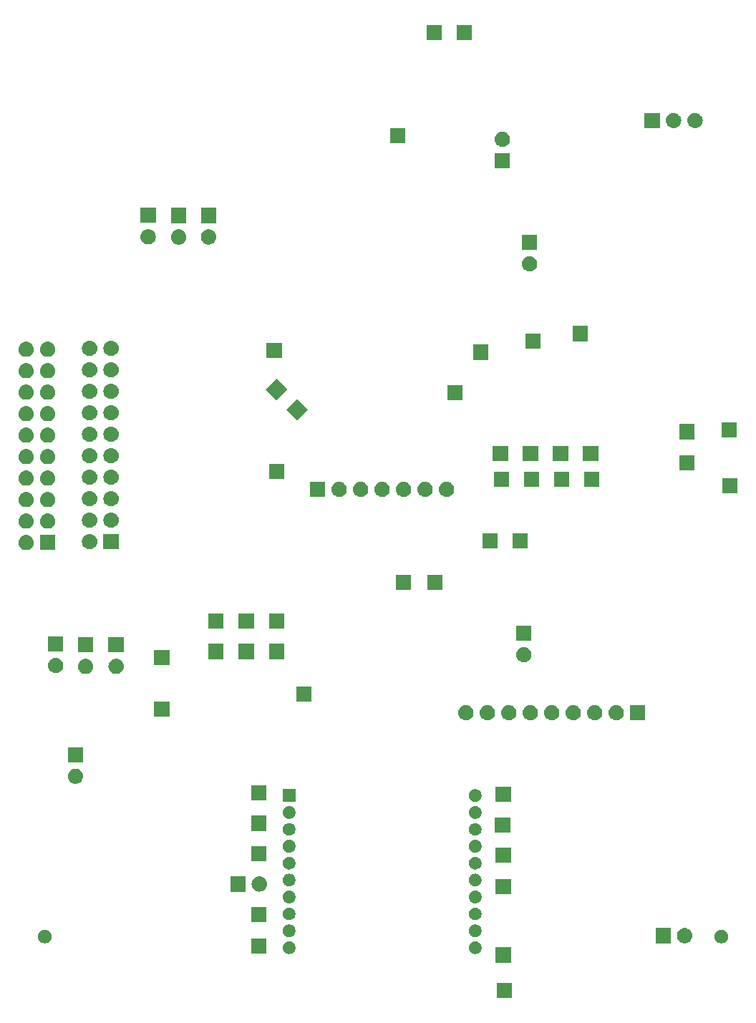
<source format=gbr>
G04 #@! TF.GenerationSoftware,KiCad,Pcbnew,(5.0.1-3-g963ef8bb5)*
G04 #@! TF.CreationDate,2020-01-06T21:10:07-05:00*
G04 #@! TF.ProjectId,SLI HW,534C492048572E6B696361645F706362,rev?*
G04 #@! TF.SameCoordinates,Original*
G04 #@! TF.FileFunction,Soldermask,Bot*
G04 #@! TF.FilePolarity,Negative*
%FSLAX46Y46*%
G04 Gerber Fmt 4.6, Leading zero omitted, Abs format (unit mm)*
G04 Created by KiCad (PCBNEW (5.0.1-3-g963ef8bb5)) date Monday, January 06, 2020 at 09:10:07 PM*
%MOMM*%
%LPD*%
G01*
G04 APERTURE LIST*
%ADD10C,0.100000*%
G04 APERTURE END LIST*
D10*
G36*
X106001000Y-152401000D02*
X104199000Y-152401000D01*
X104199000Y-150599000D01*
X106001000Y-150599000D01*
X106001000Y-152401000D01*
X106001000Y-152401000D01*
G37*
G36*
X105901000Y-148201000D02*
X104099000Y-148201000D01*
X104099000Y-146399000D01*
X105901000Y-146399000D01*
X105901000Y-148201000D01*
X105901000Y-148201000D01*
G37*
G36*
X101802004Y-145680544D02*
X101889059Y-145697860D01*
X102025732Y-145754472D01*
X102025733Y-145754473D01*
X102148738Y-145836662D01*
X102253338Y-145941262D01*
X102253340Y-145941265D01*
X102335528Y-146064268D01*
X102392140Y-146200941D01*
X102421000Y-146346033D01*
X102421000Y-146493967D01*
X102392140Y-146639059D01*
X102335528Y-146775732D01*
X102335527Y-146775733D01*
X102253338Y-146898738D01*
X102148738Y-147003338D01*
X102148735Y-147003340D01*
X102025732Y-147085528D01*
X101889059Y-147142140D01*
X101802004Y-147159456D01*
X101743969Y-147171000D01*
X101596031Y-147171000D01*
X101537996Y-147159456D01*
X101450941Y-147142140D01*
X101314268Y-147085528D01*
X101191265Y-147003340D01*
X101191262Y-147003338D01*
X101086662Y-146898738D01*
X101004473Y-146775733D01*
X101004472Y-146775732D01*
X100947860Y-146639059D01*
X100919000Y-146493967D01*
X100919000Y-146346033D01*
X100947860Y-146200941D01*
X101004472Y-146064268D01*
X101086660Y-145941265D01*
X101086662Y-145941262D01*
X101191262Y-145836662D01*
X101314267Y-145754473D01*
X101314268Y-145754472D01*
X101450941Y-145697860D01*
X101537996Y-145680544D01*
X101596031Y-145669000D01*
X101743969Y-145669000D01*
X101802004Y-145680544D01*
X101802004Y-145680544D01*
G37*
G36*
X79802004Y-145680544D02*
X79889059Y-145697860D01*
X80025732Y-145754472D01*
X80025733Y-145754473D01*
X80148738Y-145836662D01*
X80253338Y-145941262D01*
X80253340Y-145941265D01*
X80335528Y-146064268D01*
X80392140Y-146200941D01*
X80421000Y-146346033D01*
X80421000Y-146493967D01*
X80392140Y-146639059D01*
X80335528Y-146775732D01*
X80335527Y-146775733D01*
X80253338Y-146898738D01*
X80148738Y-147003338D01*
X80148735Y-147003340D01*
X80025732Y-147085528D01*
X79889059Y-147142140D01*
X79802004Y-147159456D01*
X79743969Y-147171000D01*
X79596031Y-147171000D01*
X79537996Y-147159456D01*
X79450941Y-147142140D01*
X79314268Y-147085528D01*
X79191265Y-147003340D01*
X79191262Y-147003338D01*
X79086662Y-146898738D01*
X79004473Y-146775733D01*
X79004472Y-146775732D01*
X78947860Y-146639059D01*
X78919000Y-146493967D01*
X78919000Y-146346033D01*
X78947860Y-146200941D01*
X79004472Y-146064268D01*
X79086660Y-145941265D01*
X79086662Y-145941262D01*
X79191262Y-145836662D01*
X79314267Y-145754473D01*
X79314268Y-145754472D01*
X79450941Y-145697860D01*
X79537996Y-145680544D01*
X79596031Y-145669000D01*
X79743969Y-145669000D01*
X79802004Y-145680544D01*
X79802004Y-145680544D01*
G37*
G36*
X77001000Y-147101000D02*
X75199000Y-147101000D01*
X75199000Y-145299000D01*
X77001000Y-145299000D01*
X77001000Y-147101000D01*
X77001000Y-147101000D01*
G37*
G36*
X131017142Y-144318242D02*
X131165102Y-144379530D01*
X131298258Y-144468502D01*
X131411498Y-144581742D01*
X131500470Y-144714898D01*
X131561758Y-144862858D01*
X131593000Y-145019925D01*
X131593000Y-145180075D01*
X131561758Y-145337142D01*
X131557895Y-145346467D01*
X131500471Y-145485100D01*
X131411499Y-145618257D01*
X131298257Y-145731499D01*
X131232130Y-145775683D01*
X131165102Y-145820470D01*
X131017142Y-145881758D01*
X130860075Y-145913000D01*
X130699925Y-145913000D01*
X130542858Y-145881758D01*
X130394898Y-145820470D01*
X130327870Y-145775683D01*
X130261743Y-145731499D01*
X130148501Y-145618257D01*
X130059529Y-145485100D01*
X130002105Y-145346467D01*
X129998242Y-145337142D01*
X129967000Y-145180075D01*
X129967000Y-145019925D01*
X129998242Y-144862858D01*
X130059530Y-144714898D01*
X130148502Y-144581742D01*
X130261742Y-144468502D01*
X130394898Y-144379530D01*
X130542858Y-144318242D01*
X130699925Y-144287000D01*
X130860075Y-144287000D01*
X131017142Y-144318242D01*
X131017142Y-144318242D01*
G37*
G36*
X51007142Y-144318242D02*
X51155102Y-144379530D01*
X51288258Y-144468502D01*
X51401498Y-144581742D01*
X51490470Y-144714898D01*
X51551758Y-144862858D01*
X51583000Y-145019925D01*
X51583000Y-145180075D01*
X51551758Y-145337142D01*
X51547895Y-145346467D01*
X51490471Y-145485100D01*
X51401499Y-145618257D01*
X51288257Y-145731499D01*
X51222130Y-145775683D01*
X51155102Y-145820470D01*
X51007142Y-145881758D01*
X50850075Y-145913000D01*
X50689925Y-145913000D01*
X50532858Y-145881758D01*
X50384898Y-145820470D01*
X50317870Y-145775683D01*
X50251743Y-145731499D01*
X50138501Y-145618257D01*
X50049529Y-145485100D01*
X49992105Y-145346467D01*
X49988242Y-145337142D01*
X49957000Y-145180075D01*
X49957000Y-145019925D01*
X49988242Y-144862858D01*
X50049530Y-144714898D01*
X50138502Y-144581742D01*
X50251742Y-144468502D01*
X50384898Y-144379530D01*
X50532858Y-144318242D01*
X50689925Y-144287000D01*
X50850075Y-144287000D01*
X51007142Y-144318242D01*
X51007142Y-144318242D01*
G37*
G36*
X126550442Y-144105518D02*
X126616627Y-144112037D01*
X126729853Y-144146384D01*
X126786467Y-144163557D01*
X126856412Y-144200944D01*
X126942991Y-144247222D01*
X126978729Y-144276552D01*
X127080186Y-144359814D01*
X127163448Y-144461271D01*
X127192778Y-144497009D01*
X127192779Y-144497011D01*
X127276443Y-144653533D01*
X127276443Y-144653534D01*
X127327963Y-144823373D01*
X127345359Y-145000000D01*
X127327963Y-145176627D01*
X127293616Y-145289853D01*
X127276443Y-145346467D01*
X127202348Y-145485087D01*
X127192778Y-145502991D01*
X127163448Y-145538729D01*
X127080186Y-145640186D01*
X126978729Y-145723448D01*
X126942991Y-145752778D01*
X126942989Y-145752779D01*
X126786467Y-145836443D01*
X126729853Y-145853616D01*
X126616627Y-145887963D01*
X126550442Y-145894482D01*
X126484260Y-145901000D01*
X126395740Y-145901000D01*
X126329558Y-145894482D01*
X126263373Y-145887963D01*
X126150147Y-145853616D01*
X126093533Y-145836443D01*
X125937011Y-145752779D01*
X125937009Y-145752778D01*
X125901271Y-145723448D01*
X125799814Y-145640186D01*
X125716552Y-145538729D01*
X125687222Y-145502991D01*
X125677652Y-145485087D01*
X125603557Y-145346467D01*
X125586384Y-145289853D01*
X125552037Y-145176627D01*
X125534641Y-145000000D01*
X125552037Y-144823373D01*
X125603557Y-144653534D01*
X125603557Y-144653533D01*
X125687221Y-144497011D01*
X125687222Y-144497009D01*
X125716552Y-144461271D01*
X125799814Y-144359814D01*
X125901271Y-144276552D01*
X125937009Y-144247222D01*
X126023588Y-144200944D01*
X126093533Y-144163557D01*
X126150147Y-144146384D01*
X126263373Y-144112037D01*
X126329558Y-144105518D01*
X126395740Y-144099000D01*
X126484260Y-144099000D01*
X126550442Y-144105518D01*
X126550442Y-144105518D01*
G37*
G36*
X124801000Y-145901000D02*
X122999000Y-145901000D01*
X122999000Y-144099000D01*
X124801000Y-144099000D01*
X124801000Y-145901000D01*
X124801000Y-145901000D01*
G37*
G36*
X101802004Y-143680544D02*
X101889059Y-143697860D01*
X102025732Y-143754472D01*
X102025733Y-143754473D01*
X102148738Y-143836662D01*
X102253338Y-143941262D01*
X102253340Y-143941265D01*
X102335528Y-144064268D01*
X102392140Y-144200941D01*
X102409258Y-144287000D01*
X102415473Y-144318243D01*
X102421000Y-144346033D01*
X102421000Y-144493967D01*
X102392140Y-144639059D01*
X102335528Y-144775732D01*
X102335527Y-144775733D01*
X102253338Y-144898738D01*
X102148738Y-145003338D01*
X102148735Y-145003340D01*
X102025732Y-145085528D01*
X101889059Y-145142140D01*
X101802004Y-145159456D01*
X101743969Y-145171000D01*
X101596031Y-145171000D01*
X101537996Y-145159456D01*
X101450941Y-145142140D01*
X101314268Y-145085528D01*
X101191265Y-145003340D01*
X101191262Y-145003338D01*
X101086662Y-144898738D01*
X101004473Y-144775733D01*
X101004472Y-144775732D01*
X100947860Y-144639059D01*
X100919000Y-144493967D01*
X100919000Y-144346033D01*
X100924528Y-144318243D01*
X100930742Y-144287000D01*
X100947860Y-144200941D01*
X101004472Y-144064268D01*
X101086660Y-143941265D01*
X101086662Y-143941262D01*
X101191262Y-143836662D01*
X101314267Y-143754473D01*
X101314268Y-143754472D01*
X101450941Y-143697860D01*
X101537996Y-143680544D01*
X101596031Y-143669000D01*
X101743969Y-143669000D01*
X101802004Y-143680544D01*
X101802004Y-143680544D01*
G37*
G36*
X79802004Y-143680544D02*
X79889059Y-143697860D01*
X80025732Y-143754472D01*
X80025733Y-143754473D01*
X80148738Y-143836662D01*
X80253338Y-143941262D01*
X80253340Y-143941265D01*
X80335528Y-144064268D01*
X80392140Y-144200941D01*
X80409258Y-144287000D01*
X80415473Y-144318243D01*
X80421000Y-144346033D01*
X80421000Y-144493967D01*
X80392140Y-144639059D01*
X80335528Y-144775732D01*
X80335527Y-144775733D01*
X80253338Y-144898738D01*
X80148738Y-145003338D01*
X80148735Y-145003340D01*
X80025732Y-145085528D01*
X79889059Y-145142140D01*
X79802004Y-145159456D01*
X79743969Y-145171000D01*
X79596031Y-145171000D01*
X79537996Y-145159456D01*
X79450941Y-145142140D01*
X79314268Y-145085528D01*
X79191265Y-145003340D01*
X79191262Y-145003338D01*
X79086662Y-144898738D01*
X79004473Y-144775733D01*
X79004472Y-144775732D01*
X78947860Y-144639059D01*
X78919000Y-144493967D01*
X78919000Y-144346033D01*
X78924528Y-144318243D01*
X78930742Y-144287000D01*
X78947860Y-144200941D01*
X79004472Y-144064268D01*
X79086660Y-143941265D01*
X79086662Y-143941262D01*
X79191262Y-143836662D01*
X79314267Y-143754473D01*
X79314268Y-143754472D01*
X79450941Y-143697860D01*
X79537996Y-143680544D01*
X79596031Y-143669000D01*
X79743969Y-143669000D01*
X79802004Y-143680544D01*
X79802004Y-143680544D01*
G37*
G36*
X77001000Y-143401000D02*
X75199000Y-143401000D01*
X75199000Y-141599000D01*
X77001000Y-141599000D01*
X77001000Y-143401000D01*
X77001000Y-143401000D01*
G37*
G36*
X101802004Y-141680544D02*
X101889059Y-141697860D01*
X102025732Y-141754472D01*
X102025733Y-141754473D01*
X102148738Y-141836662D01*
X102253338Y-141941262D01*
X102253340Y-141941265D01*
X102335528Y-142064268D01*
X102392140Y-142200941D01*
X102421000Y-142346033D01*
X102421000Y-142493967D01*
X102392140Y-142639059D01*
X102335528Y-142775732D01*
X102335527Y-142775733D01*
X102253338Y-142898738D01*
X102148738Y-143003338D01*
X102148735Y-143003340D01*
X102025732Y-143085528D01*
X101889059Y-143142140D01*
X101802004Y-143159456D01*
X101743969Y-143171000D01*
X101596031Y-143171000D01*
X101537996Y-143159456D01*
X101450941Y-143142140D01*
X101314268Y-143085528D01*
X101191265Y-143003340D01*
X101191262Y-143003338D01*
X101086662Y-142898738D01*
X101004473Y-142775733D01*
X101004472Y-142775732D01*
X100947860Y-142639059D01*
X100919000Y-142493967D01*
X100919000Y-142346033D01*
X100947860Y-142200941D01*
X101004472Y-142064268D01*
X101086660Y-141941265D01*
X101086662Y-141941262D01*
X101191262Y-141836662D01*
X101314267Y-141754473D01*
X101314268Y-141754472D01*
X101450941Y-141697860D01*
X101537996Y-141680544D01*
X101596031Y-141669000D01*
X101743969Y-141669000D01*
X101802004Y-141680544D01*
X101802004Y-141680544D01*
G37*
G36*
X79802004Y-141680544D02*
X79889059Y-141697860D01*
X80025732Y-141754472D01*
X80025733Y-141754473D01*
X80148738Y-141836662D01*
X80253338Y-141941262D01*
X80253340Y-141941265D01*
X80335528Y-142064268D01*
X80392140Y-142200941D01*
X80421000Y-142346033D01*
X80421000Y-142493967D01*
X80392140Y-142639059D01*
X80335528Y-142775732D01*
X80335527Y-142775733D01*
X80253338Y-142898738D01*
X80148738Y-143003338D01*
X80148735Y-143003340D01*
X80025732Y-143085528D01*
X79889059Y-143142140D01*
X79802004Y-143159456D01*
X79743969Y-143171000D01*
X79596031Y-143171000D01*
X79537996Y-143159456D01*
X79450941Y-143142140D01*
X79314268Y-143085528D01*
X79191265Y-143003340D01*
X79191262Y-143003338D01*
X79086662Y-142898738D01*
X79004473Y-142775733D01*
X79004472Y-142775732D01*
X78947860Y-142639059D01*
X78919000Y-142493967D01*
X78919000Y-142346033D01*
X78947860Y-142200941D01*
X79004472Y-142064268D01*
X79086660Y-141941265D01*
X79086662Y-141941262D01*
X79191262Y-141836662D01*
X79314267Y-141754473D01*
X79314268Y-141754472D01*
X79450941Y-141697860D01*
X79537996Y-141680544D01*
X79596031Y-141669000D01*
X79743969Y-141669000D01*
X79802004Y-141680544D01*
X79802004Y-141680544D01*
G37*
G36*
X101802004Y-139680544D02*
X101889059Y-139697860D01*
X102025732Y-139754472D01*
X102025733Y-139754473D01*
X102148738Y-139836662D01*
X102253338Y-139941262D01*
X102253340Y-139941265D01*
X102335528Y-140064268D01*
X102392140Y-140200941D01*
X102421000Y-140346033D01*
X102421000Y-140493967D01*
X102392140Y-140639059D01*
X102335528Y-140775732D01*
X102335527Y-140775733D01*
X102253338Y-140898738D01*
X102148738Y-141003338D01*
X102148735Y-141003340D01*
X102025732Y-141085528D01*
X101889059Y-141142140D01*
X101802004Y-141159456D01*
X101743969Y-141171000D01*
X101596031Y-141171000D01*
X101537996Y-141159456D01*
X101450941Y-141142140D01*
X101314268Y-141085528D01*
X101191265Y-141003340D01*
X101191262Y-141003338D01*
X101086662Y-140898738D01*
X101004473Y-140775733D01*
X101004472Y-140775732D01*
X100947860Y-140639059D01*
X100919000Y-140493967D01*
X100919000Y-140346033D01*
X100947860Y-140200941D01*
X101004472Y-140064268D01*
X101086660Y-139941265D01*
X101086662Y-139941262D01*
X101191262Y-139836662D01*
X101314267Y-139754473D01*
X101314268Y-139754472D01*
X101450941Y-139697860D01*
X101537996Y-139680544D01*
X101596031Y-139669000D01*
X101743969Y-139669000D01*
X101802004Y-139680544D01*
X101802004Y-139680544D01*
G37*
G36*
X79802004Y-139680544D02*
X79889059Y-139697860D01*
X80025732Y-139754472D01*
X80025733Y-139754473D01*
X80148738Y-139836662D01*
X80253338Y-139941262D01*
X80253340Y-139941265D01*
X80335528Y-140064268D01*
X80392140Y-140200941D01*
X80421000Y-140346033D01*
X80421000Y-140493967D01*
X80392140Y-140639059D01*
X80335528Y-140775732D01*
X80335527Y-140775733D01*
X80253338Y-140898738D01*
X80148738Y-141003338D01*
X80148735Y-141003340D01*
X80025732Y-141085528D01*
X79889059Y-141142140D01*
X79802004Y-141159456D01*
X79743969Y-141171000D01*
X79596031Y-141171000D01*
X79537996Y-141159456D01*
X79450941Y-141142140D01*
X79314268Y-141085528D01*
X79191265Y-141003340D01*
X79191262Y-141003338D01*
X79086662Y-140898738D01*
X79004473Y-140775733D01*
X79004472Y-140775732D01*
X78947860Y-140639059D01*
X78919000Y-140493967D01*
X78919000Y-140346033D01*
X78947860Y-140200941D01*
X79004472Y-140064268D01*
X79086660Y-139941265D01*
X79086662Y-139941262D01*
X79191262Y-139836662D01*
X79314267Y-139754473D01*
X79314268Y-139754472D01*
X79450941Y-139697860D01*
X79537996Y-139680544D01*
X79596031Y-139669000D01*
X79743969Y-139669000D01*
X79802004Y-139680544D01*
X79802004Y-139680544D01*
G37*
G36*
X105901000Y-140101000D02*
X104099000Y-140101000D01*
X104099000Y-138299000D01*
X105901000Y-138299000D01*
X105901000Y-140101000D01*
X105901000Y-140101000D01*
G37*
G36*
X74501000Y-139801000D02*
X72699000Y-139801000D01*
X72699000Y-137999000D01*
X74501000Y-137999000D01*
X74501000Y-139801000D01*
X74501000Y-139801000D01*
G37*
G36*
X76250443Y-138005519D02*
X76316627Y-138012037D01*
X76429853Y-138046384D01*
X76486467Y-138063557D01*
X76625087Y-138137652D01*
X76642991Y-138147222D01*
X76678729Y-138176552D01*
X76780186Y-138259814D01*
X76850941Y-138346031D01*
X76892778Y-138397009D01*
X76892779Y-138397011D01*
X76976443Y-138553533D01*
X76976443Y-138553534D01*
X77027963Y-138723373D01*
X77045359Y-138900000D01*
X77027963Y-139076627D01*
X77008090Y-139142140D01*
X76976443Y-139246467D01*
X76902348Y-139385087D01*
X76892778Y-139402991D01*
X76863448Y-139438729D01*
X76780186Y-139540186D01*
X76678729Y-139623448D01*
X76642991Y-139652778D01*
X76642989Y-139652779D01*
X76486467Y-139736443D01*
X76429853Y-139753616D01*
X76316627Y-139787963D01*
X76250443Y-139794481D01*
X76184260Y-139801000D01*
X76095740Y-139801000D01*
X76029557Y-139794481D01*
X75963373Y-139787963D01*
X75850147Y-139753616D01*
X75793533Y-139736443D01*
X75637011Y-139652779D01*
X75637009Y-139652778D01*
X75601271Y-139623448D01*
X75499814Y-139540186D01*
X75416552Y-139438729D01*
X75387222Y-139402991D01*
X75377652Y-139385087D01*
X75303557Y-139246467D01*
X75271910Y-139142140D01*
X75252037Y-139076627D01*
X75234641Y-138900000D01*
X75252037Y-138723373D01*
X75303557Y-138553534D01*
X75303557Y-138553533D01*
X75387221Y-138397011D01*
X75387222Y-138397009D01*
X75429059Y-138346031D01*
X75499814Y-138259814D01*
X75601271Y-138176552D01*
X75637009Y-138147222D01*
X75654913Y-138137652D01*
X75793533Y-138063557D01*
X75850147Y-138046384D01*
X75963373Y-138012037D01*
X76029557Y-138005519D01*
X76095740Y-137999000D01*
X76184260Y-137999000D01*
X76250443Y-138005519D01*
X76250443Y-138005519D01*
G37*
G36*
X101802004Y-137680544D02*
X101889059Y-137697860D01*
X102025732Y-137754472D01*
X102025733Y-137754473D01*
X102148738Y-137836662D01*
X102253338Y-137941262D01*
X102253340Y-137941265D01*
X102335528Y-138064268D01*
X102392140Y-138200941D01*
X102421000Y-138346033D01*
X102421000Y-138493967D01*
X102392140Y-138639059D01*
X102335528Y-138775732D01*
X102335527Y-138775733D01*
X102253338Y-138898738D01*
X102148738Y-139003338D01*
X102148735Y-139003340D01*
X102025732Y-139085528D01*
X101889059Y-139142140D01*
X101802004Y-139159456D01*
X101743969Y-139171000D01*
X101596031Y-139171000D01*
X101537996Y-139159456D01*
X101450941Y-139142140D01*
X101314268Y-139085528D01*
X101191265Y-139003340D01*
X101191262Y-139003338D01*
X101086662Y-138898738D01*
X101004473Y-138775733D01*
X101004472Y-138775732D01*
X100947860Y-138639059D01*
X100919000Y-138493967D01*
X100919000Y-138346033D01*
X100947860Y-138200941D01*
X101004472Y-138064268D01*
X101086660Y-137941265D01*
X101086662Y-137941262D01*
X101191262Y-137836662D01*
X101314267Y-137754473D01*
X101314268Y-137754472D01*
X101450941Y-137697860D01*
X101537996Y-137680544D01*
X101596031Y-137669000D01*
X101743969Y-137669000D01*
X101802004Y-137680544D01*
X101802004Y-137680544D01*
G37*
G36*
X79802004Y-137680544D02*
X79889059Y-137697860D01*
X80025732Y-137754472D01*
X80025733Y-137754473D01*
X80148738Y-137836662D01*
X80253338Y-137941262D01*
X80253340Y-137941265D01*
X80335528Y-138064268D01*
X80392140Y-138200941D01*
X80421000Y-138346033D01*
X80421000Y-138493967D01*
X80392140Y-138639059D01*
X80335528Y-138775732D01*
X80335527Y-138775733D01*
X80253338Y-138898738D01*
X80148738Y-139003338D01*
X80148735Y-139003340D01*
X80025732Y-139085528D01*
X79889059Y-139142140D01*
X79802004Y-139159456D01*
X79743969Y-139171000D01*
X79596031Y-139171000D01*
X79537996Y-139159456D01*
X79450941Y-139142140D01*
X79314268Y-139085528D01*
X79191265Y-139003340D01*
X79191262Y-139003338D01*
X79086662Y-138898738D01*
X79004473Y-138775733D01*
X79004472Y-138775732D01*
X78947860Y-138639059D01*
X78919000Y-138493967D01*
X78919000Y-138346033D01*
X78947860Y-138200941D01*
X79004472Y-138064268D01*
X79086660Y-137941265D01*
X79086662Y-137941262D01*
X79191262Y-137836662D01*
X79314267Y-137754473D01*
X79314268Y-137754472D01*
X79450941Y-137697860D01*
X79537996Y-137680544D01*
X79596031Y-137669000D01*
X79743969Y-137669000D01*
X79802004Y-137680544D01*
X79802004Y-137680544D01*
G37*
G36*
X101802004Y-135680544D02*
X101889059Y-135697860D01*
X102025732Y-135754472D01*
X102025733Y-135754473D01*
X102148738Y-135836662D01*
X102253338Y-135941262D01*
X102253340Y-135941265D01*
X102335528Y-136064268D01*
X102392140Y-136200941D01*
X102421000Y-136346033D01*
X102421000Y-136493967D01*
X102392140Y-136639059D01*
X102335528Y-136775732D01*
X102335527Y-136775733D01*
X102253338Y-136898738D01*
X102148738Y-137003338D01*
X102148735Y-137003340D01*
X102025732Y-137085528D01*
X101889059Y-137142140D01*
X101802004Y-137159456D01*
X101743969Y-137171000D01*
X101596031Y-137171000D01*
X101537996Y-137159456D01*
X101450941Y-137142140D01*
X101314268Y-137085528D01*
X101191265Y-137003340D01*
X101191262Y-137003338D01*
X101086662Y-136898738D01*
X101004473Y-136775733D01*
X101004472Y-136775732D01*
X100947860Y-136639059D01*
X100919000Y-136493967D01*
X100919000Y-136346033D01*
X100947860Y-136200941D01*
X101004472Y-136064268D01*
X101086660Y-135941265D01*
X101086662Y-135941262D01*
X101191262Y-135836662D01*
X101314267Y-135754473D01*
X101314268Y-135754472D01*
X101450941Y-135697860D01*
X101537996Y-135680544D01*
X101596031Y-135669000D01*
X101743969Y-135669000D01*
X101802004Y-135680544D01*
X101802004Y-135680544D01*
G37*
G36*
X79802004Y-135680544D02*
X79889059Y-135697860D01*
X80025732Y-135754472D01*
X80025733Y-135754473D01*
X80148738Y-135836662D01*
X80253338Y-135941262D01*
X80253340Y-135941265D01*
X80335528Y-136064268D01*
X80392140Y-136200941D01*
X80421000Y-136346033D01*
X80421000Y-136493967D01*
X80392140Y-136639059D01*
X80335528Y-136775732D01*
X80335527Y-136775733D01*
X80253338Y-136898738D01*
X80148738Y-137003338D01*
X80148735Y-137003340D01*
X80025732Y-137085528D01*
X79889059Y-137142140D01*
X79802004Y-137159456D01*
X79743969Y-137171000D01*
X79596031Y-137171000D01*
X79537996Y-137159456D01*
X79450941Y-137142140D01*
X79314268Y-137085528D01*
X79191265Y-137003340D01*
X79191262Y-137003338D01*
X79086662Y-136898738D01*
X79004473Y-136775733D01*
X79004472Y-136775732D01*
X78947860Y-136639059D01*
X78919000Y-136493967D01*
X78919000Y-136346033D01*
X78947860Y-136200941D01*
X79004472Y-136064268D01*
X79086660Y-135941265D01*
X79086662Y-135941262D01*
X79191262Y-135836662D01*
X79314267Y-135754473D01*
X79314268Y-135754472D01*
X79450941Y-135697860D01*
X79537996Y-135680544D01*
X79596031Y-135669000D01*
X79743969Y-135669000D01*
X79802004Y-135680544D01*
X79802004Y-135680544D01*
G37*
G36*
X105901000Y-136401000D02*
X104099000Y-136401000D01*
X104099000Y-134599000D01*
X105901000Y-134599000D01*
X105901000Y-136401000D01*
X105901000Y-136401000D01*
G37*
G36*
X77001000Y-136201000D02*
X75199000Y-136201000D01*
X75199000Y-134399000D01*
X77001000Y-134399000D01*
X77001000Y-136201000D01*
X77001000Y-136201000D01*
G37*
G36*
X79802004Y-133680544D02*
X79889059Y-133697860D01*
X80025732Y-133754472D01*
X80025733Y-133754473D01*
X80148738Y-133836662D01*
X80253338Y-133941262D01*
X80253340Y-133941265D01*
X80335528Y-134064268D01*
X80392140Y-134200941D01*
X80421000Y-134346033D01*
X80421000Y-134493967D01*
X80392140Y-134639059D01*
X80335528Y-134775732D01*
X80335527Y-134775733D01*
X80253338Y-134898738D01*
X80148738Y-135003338D01*
X80148735Y-135003340D01*
X80025732Y-135085528D01*
X79889059Y-135142140D01*
X79802004Y-135159456D01*
X79743969Y-135171000D01*
X79596031Y-135171000D01*
X79537996Y-135159456D01*
X79450941Y-135142140D01*
X79314268Y-135085528D01*
X79191265Y-135003340D01*
X79191262Y-135003338D01*
X79086662Y-134898738D01*
X79004473Y-134775733D01*
X79004472Y-134775732D01*
X78947860Y-134639059D01*
X78919000Y-134493967D01*
X78919000Y-134346033D01*
X78947860Y-134200941D01*
X79004472Y-134064268D01*
X79086660Y-133941265D01*
X79086662Y-133941262D01*
X79191262Y-133836662D01*
X79314267Y-133754473D01*
X79314268Y-133754472D01*
X79450941Y-133697860D01*
X79537996Y-133680544D01*
X79596031Y-133669000D01*
X79743969Y-133669000D01*
X79802004Y-133680544D01*
X79802004Y-133680544D01*
G37*
G36*
X101802004Y-133680544D02*
X101889059Y-133697860D01*
X102025732Y-133754472D01*
X102025733Y-133754473D01*
X102148738Y-133836662D01*
X102253338Y-133941262D01*
X102253340Y-133941265D01*
X102335528Y-134064268D01*
X102392140Y-134200941D01*
X102421000Y-134346033D01*
X102421000Y-134493967D01*
X102392140Y-134639059D01*
X102335528Y-134775732D01*
X102335527Y-134775733D01*
X102253338Y-134898738D01*
X102148738Y-135003338D01*
X102148735Y-135003340D01*
X102025732Y-135085528D01*
X101889059Y-135142140D01*
X101802004Y-135159456D01*
X101743969Y-135171000D01*
X101596031Y-135171000D01*
X101537996Y-135159456D01*
X101450941Y-135142140D01*
X101314268Y-135085528D01*
X101191265Y-135003340D01*
X101191262Y-135003338D01*
X101086662Y-134898738D01*
X101004473Y-134775733D01*
X101004472Y-134775732D01*
X100947860Y-134639059D01*
X100919000Y-134493967D01*
X100919000Y-134346033D01*
X100947860Y-134200941D01*
X101004472Y-134064268D01*
X101086660Y-133941265D01*
X101086662Y-133941262D01*
X101191262Y-133836662D01*
X101314267Y-133754473D01*
X101314268Y-133754472D01*
X101450941Y-133697860D01*
X101537996Y-133680544D01*
X101596031Y-133669000D01*
X101743969Y-133669000D01*
X101802004Y-133680544D01*
X101802004Y-133680544D01*
G37*
G36*
X79802004Y-131680544D02*
X79889059Y-131697860D01*
X80025732Y-131754472D01*
X80025733Y-131754473D01*
X80148738Y-131836662D01*
X80253338Y-131941262D01*
X80253340Y-131941265D01*
X80335528Y-132064268D01*
X80392140Y-132200941D01*
X80421000Y-132346033D01*
X80421000Y-132493967D01*
X80392140Y-132639059D01*
X80335528Y-132775732D01*
X80335527Y-132775733D01*
X80253338Y-132898738D01*
X80148738Y-133003338D01*
X80148735Y-133003340D01*
X80025732Y-133085528D01*
X79889059Y-133142140D01*
X79802004Y-133159456D01*
X79743969Y-133171000D01*
X79596031Y-133171000D01*
X79537996Y-133159456D01*
X79450941Y-133142140D01*
X79314268Y-133085528D01*
X79191265Y-133003340D01*
X79191262Y-133003338D01*
X79086662Y-132898738D01*
X79004473Y-132775733D01*
X79004472Y-132775732D01*
X78947860Y-132639059D01*
X78919000Y-132493967D01*
X78919000Y-132346033D01*
X78947860Y-132200941D01*
X79004472Y-132064268D01*
X79086660Y-131941265D01*
X79086662Y-131941262D01*
X79191262Y-131836662D01*
X79314267Y-131754473D01*
X79314268Y-131754472D01*
X79450941Y-131697860D01*
X79537996Y-131680544D01*
X79596031Y-131669000D01*
X79743969Y-131669000D01*
X79802004Y-131680544D01*
X79802004Y-131680544D01*
G37*
G36*
X101802004Y-131680544D02*
X101889059Y-131697860D01*
X102025732Y-131754472D01*
X102025733Y-131754473D01*
X102148738Y-131836662D01*
X102253338Y-131941262D01*
X102253340Y-131941265D01*
X102335528Y-132064268D01*
X102392140Y-132200941D01*
X102421000Y-132346033D01*
X102421000Y-132493967D01*
X102392140Y-132639059D01*
X102335528Y-132775732D01*
X102335527Y-132775733D01*
X102253338Y-132898738D01*
X102148738Y-133003338D01*
X102148735Y-133003340D01*
X102025732Y-133085528D01*
X101889059Y-133142140D01*
X101802004Y-133159456D01*
X101743969Y-133171000D01*
X101596031Y-133171000D01*
X101537996Y-133159456D01*
X101450941Y-133142140D01*
X101314268Y-133085528D01*
X101191265Y-133003340D01*
X101191262Y-133003338D01*
X101086662Y-132898738D01*
X101004473Y-132775733D01*
X101004472Y-132775732D01*
X100947860Y-132639059D01*
X100919000Y-132493967D01*
X100919000Y-132346033D01*
X100947860Y-132200941D01*
X101004472Y-132064268D01*
X101086660Y-131941265D01*
X101086662Y-131941262D01*
X101191262Y-131836662D01*
X101314267Y-131754473D01*
X101314268Y-131754472D01*
X101450941Y-131697860D01*
X101537996Y-131680544D01*
X101596031Y-131669000D01*
X101743969Y-131669000D01*
X101802004Y-131680544D01*
X101802004Y-131680544D01*
G37*
G36*
X105801000Y-132801000D02*
X103999000Y-132801000D01*
X103999000Y-130999000D01*
X105801000Y-130999000D01*
X105801000Y-132801000D01*
X105801000Y-132801000D01*
G37*
G36*
X77001000Y-132601000D02*
X75199000Y-132601000D01*
X75199000Y-130799000D01*
X77001000Y-130799000D01*
X77001000Y-132601000D01*
X77001000Y-132601000D01*
G37*
G36*
X101802004Y-129680544D02*
X101889059Y-129697860D01*
X102025732Y-129754472D01*
X102025733Y-129754473D01*
X102148738Y-129836662D01*
X102253338Y-129941262D01*
X102253340Y-129941265D01*
X102335528Y-130064268D01*
X102392140Y-130200941D01*
X102421000Y-130346033D01*
X102421000Y-130493967D01*
X102392140Y-130639059D01*
X102335528Y-130775732D01*
X102335527Y-130775733D01*
X102253338Y-130898738D01*
X102148738Y-131003338D01*
X102148735Y-131003340D01*
X102025732Y-131085528D01*
X101889059Y-131142140D01*
X101802004Y-131159456D01*
X101743969Y-131171000D01*
X101596031Y-131171000D01*
X101537996Y-131159456D01*
X101450941Y-131142140D01*
X101314268Y-131085528D01*
X101191265Y-131003340D01*
X101191262Y-131003338D01*
X101086662Y-130898738D01*
X101004473Y-130775733D01*
X101004472Y-130775732D01*
X100947860Y-130639059D01*
X100919000Y-130493967D01*
X100919000Y-130346033D01*
X100947860Y-130200941D01*
X101004472Y-130064268D01*
X101086660Y-129941265D01*
X101086662Y-129941262D01*
X101191262Y-129836662D01*
X101314267Y-129754473D01*
X101314268Y-129754472D01*
X101450941Y-129697860D01*
X101537996Y-129680544D01*
X101596031Y-129669000D01*
X101743969Y-129669000D01*
X101802004Y-129680544D01*
X101802004Y-129680544D01*
G37*
G36*
X79802004Y-129680544D02*
X79889059Y-129697860D01*
X80025732Y-129754472D01*
X80025733Y-129754473D01*
X80148738Y-129836662D01*
X80253338Y-129941262D01*
X80253340Y-129941265D01*
X80335528Y-130064268D01*
X80392140Y-130200941D01*
X80421000Y-130346033D01*
X80421000Y-130493967D01*
X80392140Y-130639059D01*
X80335528Y-130775732D01*
X80335527Y-130775733D01*
X80253338Y-130898738D01*
X80148738Y-131003338D01*
X80148735Y-131003340D01*
X80025732Y-131085528D01*
X79889059Y-131142140D01*
X79802004Y-131159456D01*
X79743969Y-131171000D01*
X79596031Y-131171000D01*
X79537996Y-131159456D01*
X79450941Y-131142140D01*
X79314268Y-131085528D01*
X79191265Y-131003340D01*
X79191262Y-131003338D01*
X79086662Y-130898738D01*
X79004473Y-130775733D01*
X79004472Y-130775732D01*
X78947860Y-130639059D01*
X78919000Y-130493967D01*
X78919000Y-130346033D01*
X78947860Y-130200941D01*
X79004472Y-130064268D01*
X79086660Y-129941265D01*
X79086662Y-129941262D01*
X79191262Y-129836662D01*
X79314267Y-129754473D01*
X79314268Y-129754472D01*
X79450941Y-129697860D01*
X79537996Y-129680544D01*
X79596031Y-129669000D01*
X79743969Y-129669000D01*
X79802004Y-129680544D01*
X79802004Y-129680544D01*
G37*
G36*
X105901000Y-129201000D02*
X104099000Y-129201000D01*
X104099000Y-127399000D01*
X105901000Y-127399000D01*
X105901000Y-129201000D01*
X105901000Y-129201000D01*
G37*
G36*
X101802004Y-127680544D02*
X101889059Y-127697860D01*
X102025732Y-127754472D01*
X102025733Y-127754473D01*
X102148738Y-127836662D01*
X102253338Y-127941262D01*
X102253340Y-127941265D01*
X102335528Y-128064268D01*
X102392140Y-128200941D01*
X102421000Y-128346033D01*
X102421000Y-128493967D01*
X102392140Y-128639059D01*
X102335528Y-128775732D01*
X102335527Y-128775733D01*
X102253338Y-128898738D01*
X102148738Y-129003338D01*
X102148735Y-129003340D01*
X102025732Y-129085528D01*
X101889059Y-129142140D01*
X101802004Y-129159456D01*
X101743969Y-129171000D01*
X101596031Y-129171000D01*
X101537996Y-129159456D01*
X101450941Y-129142140D01*
X101314268Y-129085528D01*
X101191265Y-129003340D01*
X101191262Y-129003338D01*
X101086662Y-128898738D01*
X101004473Y-128775733D01*
X101004472Y-128775732D01*
X100947860Y-128639059D01*
X100919000Y-128493967D01*
X100919000Y-128346033D01*
X100947860Y-128200941D01*
X101004472Y-128064268D01*
X101086660Y-127941265D01*
X101086662Y-127941262D01*
X101191262Y-127836662D01*
X101314267Y-127754473D01*
X101314268Y-127754472D01*
X101450941Y-127697860D01*
X101537996Y-127680544D01*
X101596031Y-127669000D01*
X101743969Y-127669000D01*
X101802004Y-127680544D01*
X101802004Y-127680544D01*
G37*
G36*
X80421000Y-129171000D02*
X78919000Y-129171000D01*
X78919000Y-127669000D01*
X80421000Y-127669000D01*
X80421000Y-129171000D01*
X80421000Y-129171000D01*
G37*
G36*
X77001000Y-129001000D02*
X75199000Y-129001000D01*
X75199000Y-127199000D01*
X77001000Y-127199000D01*
X77001000Y-129001000D01*
X77001000Y-129001000D01*
G37*
G36*
X54510443Y-125245519D02*
X54576627Y-125252037D01*
X54689853Y-125286384D01*
X54746467Y-125303557D01*
X54885087Y-125377652D01*
X54902991Y-125387222D01*
X54938729Y-125416552D01*
X55040186Y-125499814D01*
X55123448Y-125601271D01*
X55152778Y-125637009D01*
X55152779Y-125637011D01*
X55236443Y-125793533D01*
X55236443Y-125793534D01*
X55287963Y-125963373D01*
X55305359Y-126140000D01*
X55287963Y-126316627D01*
X55253616Y-126429853D01*
X55236443Y-126486467D01*
X55162348Y-126625087D01*
X55152778Y-126642991D01*
X55123448Y-126678729D01*
X55040186Y-126780186D01*
X54938729Y-126863448D01*
X54902991Y-126892778D01*
X54902989Y-126892779D01*
X54746467Y-126976443D01*
X54689853Y-126993616D01*
X54576627Y-127027963D01*
X54510442Y-127034482D01*
X54444260Y-127041000D01*
X54355740Y-127041000D01*
X54289558Y-127034482D01*
X54223373Y-127027963D01*
X54110147Y-126993616D01*
X54053533Y-126976443D01*
X53897011Y-126892779D01*
X53897009Y-126892778D01*
X53861271Y-126863448D01*
X53759814Y-126780186D01*
X53676552Y-126678729D01*
X53647222Y-126642991D01*
X53637652Y-126625087D01*
X53563557Y-126486467D01*
X53546384Y-126429853D01*
X53512037Y-126316627D01*
X53494641Y-126140000D01*
X53512037Y-125963373D01*
X53563557Y-125793534D01*
X53563557Y-125793533D01*
X53647221Y-125637011D01*
X53647222Y-125637009D01*
X53676552Y-125601271D01*
X53759814Y-125499814D01*
X53861271Y-125416552D01*
X53897009Y-125387222D01*
X53914913Y-125377652D01*
X54053533Y-125303557D01*
X54110147Y-125286384D01*
X54223373Y-125252037D01*
X54289557Y-125245519D01*
X54355740Y-125239000D01*
X54444260Y-125239000D01*
X54510443Y-125245519D01*
X54510443Y-125245519D01*
G37*
G36*
X55301000Y-124501000D02*
X53499000Y-124501000D01*
X53499000Y-122699000D01*
X55301000Y-122699000D01*
X55301000Y-124501000D01*
X55301000Y-124501000D01*
G37*
G36*
X113386443Y-117733519D02*
X113452627Y-117740037D01*
X113565853Y-117774384D01*
X113622467Y-117791557D01*
X113761087Y-117865652D01*
X113778991Y-117875222D01*
X113814729Y-117904552D01*
X113916186Y-117987814D01*
X113999448Y-118089271D01*
X114028778Y-118125009D01*
X114028779Y-118125011D01*
X114112443Y-118281533D01*
X114112443Y-118281534D01*
X114163963Y-118451373D01*
X114181359Y-118628000D01*
X114163963Y-118804627D01*
X114129616Y-118917853D01*
X114112443Y-118974467D01*
X114044809Y-119101000D01*
X114028778Y-119130991D01*
X113999448Y-119166729D01*
X113916186Y-119268186D01*
X113814729Y-119351448D01*
X113778991Y-119380778D01*
X113778989Y-119380779D01*
X113622467Y-119464443D01*
X113565853Y-119481616D01*
X113452627Y-119515963D01*
X113386442Y-119522482D01*
X113320260Y-119529000D01*
X113231740Y-119529000D01*
X113165558Y-119522482D01*
X113099373Y-119515963D01*
X112986147Y-119481616D01*
X112929533Y-119464443D01*
X112773011Y-119380779D01*
X112773009Y-119380778D01*
X112737271Y-119351448D01*
X112635814Y-119268186D01*
X112552552Y-119166729D01*
X112523222Y-119130991D01*
X112507191Y-119101000D01*
X112439557Y-118974467D01*
X112422384Y-118917853D01*
X112388037Y-118804627D01*
X112370641Y-118628000D01*
X112388037Y-118451373D01*
X112439557Y-118281534D01*
X112439557Y-118281533D01*
X112523221Y-118125011D01*
X112523222Y-118125009D01*
X112552552Y-118089271D01*
X112635814Y-117987814D01*
X112737271Y-117904552D01*
X112773009Y-117875222D01*
X112790913Y-117865652D01*
X112929533Y-117791557D01*
X112986147Y-117774384D01*
X113099373Y-117740037D01*
X113165557Y-117733519D01*
X113231740Y-117727000D01*
X113320260Y-117727000D01*
X113386443Y-117733519D01*
X113386443Y-117733519D01*
G37*
G36*
X121797000Y-119529000D02*
X119995000Y-119529000D01*
X119995000Y-117727000D01*
X121797000Y-117727000D01*
X121797000Y-119529000D01*
X121797000Y-119529000D01*
G37*
G36*
X100686443Y-117733519D02*
X100752627Y-117740037D01*
X100865853Y-117774384D01*
X100922467Y-117791557D01*
X101061087Y-117865652D01*
X101078991Y-117875222D01*
X101114729Y-117904552D01*
X101216186Y-117987814D01*
X101299448Y-118089271D01*
X101328778Y-118125009D01*
X101328779Y-118125011D01*
X101412443Y-118281533D01*
X101412443Y-118281534D01*
X101463963Y-118451373D01*
X101481359Y-118628000D01*
X101463963Y-118804627D01*
X101429616Y-118917853D01*
X101412443Y-118974467D01*
X101344809Y-119101000D01*
X101328778Y-119130991D01*
X101299448Y-119166729D01*
X101216186Y-119268186D01*
X101114729Y-119351448D01*
X101078991Y-119380778D01*
X101078989Y-119380779D01*
X100922467Y-119464443D01*
X100865853Y-119481616D01*
X100752627Y-119515963D01*
X100686442Y-119522482D01*
X100620260Y-119529000D01*
X100531740Y-119529000D01*
X100465558Y-119522482D01*
X100399373Y-119515963D01*
X100286147Y-119481616D01*
X100229533Y-119464443D01*
X100073011Y-119380779D01*
X100073009Y-119380778D01*
X100037271Y-119351448D01*
X99935814Y-119268186D01*
X99852552Y-119166729D01*
X99823222Y-119130991D01*
X99807191Y-119101000D01*
X99739557Y-118974467D01*
X99722384Y-118917853D01*
X99688037Y-118804627D01*
X99670641Y-118628000D01*
X99688037Y-118451373D01*
X99739557Y-118281534D01*
X99739557Y-118281533D01*
X99823221Y-118125011D01*
X99823222Y-118125009D01*
X99852552Y-118089271D01*
X99935814Y-117987814D01*
X100037271Y-117904552D01*
X100073009Y-117875222D01*
X100090913Y-117865652D01*
X100229533Y-117791557D01*
X100286147Y-117774384D01*
X100399373Y-117740037D01*
X100465557Y-117733519D01*
X100531740Y-117727000D01*
X100620260Y-117727000D01*
X100686443Y-117733519D01*
X100686443Y-117733519D01*
G37*
G36*
X103226443Y-117733519D02*
X103292627Y-117740037D01*
X103405853Y-117774384D01*
X103462467Y-117791557D01*
X103601087Y-117865652D01*
X103618991Y-117875222D01*
X103654729Y-117904552D01*
X103756186Y-117987814D01*
X103839448Y-118089271D01*
X103868778Y-118125009D01*
X103868779Y-118125011D01*
X103952443Y-118281533D01*
X103952443Y-118281534D01*
X104003963Y-118451373D01*
X104021359Y-118628000D01*
X104003963Y-118804627D01*
X103969616Y-118917853D01*
X103952443Y-118974467D01*
X103884809Y-119101000D01*
X103868778Y-119130991D01*
X103839448Y-119166729D01*
X103756186Y-119268186D01*
X103654729Y-119351448D01*
X103618991Y-119380778D01*
X103618989Y-119380779D01*
X103462467Y-119464443D01*
X103405853Y-119481616D01*
X103292627Y-119515963D01*
X103226442Y-119522482D01*
X103160260Y-119529000D01*
X103071740Y-119529000D01*
X103005558Y-119522482D01*
X102939373Y-119515963D01*
X102826147Y-119481616D01*
X102769533Y-119464443D01*
X102613011Y-119380779D01*
X102613009Y-119380778D01*
X102577271Y-119351448D01*
X102475814Y-119268186D01*
X102392552Y-119166729D01*
X102363222Y-119130991D01*
X102347191Y-119101000D01*
X102279557Y-118974467D01*
X102262384Y-118917853D01*
X102228037Y-118804627D01*
X102210641Y-118628000D01*
X102228037Y-118451373D01*
X102279557Y-118281534D01*
X102279557Y-118281533D01*
X102363221Y-118125011D01*
X102363222Y-118125009D01*
X102392552Y-118089271D01*
X102475814Y-117987814D01*
X102577271Y-117904552D01*
X102613009Y-117875222D01*
X102630913Y-117865652D01*
X102769533Y-117791557D01*
X102826147Y-117774384D01*
X102939373Y-117740037D01*
X103005557Y-117733519D01*
X103071740Y-117727000D01*
X103160260Y-117727000D01*
X103226443Y-117733519D01*
X103226443Y-117733519D01*
G37*
G36*
X105766443Y-117733519D02*
X105832627Y-117740037D01*
X105945853Y-117774384D01*
X106002467Y-117791557D01*
X106141087Y-117865652D01*
X106158991Y-117875222D01*
X106194729Y-117904552D01*
X106296186Y-117987814D01*
X106379448Y-118089271D01*
X106408778Y-118125009D01*
X106408779Y-118125011D01*
X106492443Y-118281533D01*
X106492443Y-118281534D01*
X106543963Y-118451373D01*
X106561359Y-118628000D01*
X106543963Y-118804627D01*
X106509616Y-118917853D01*
X106492443Y-118974467D01*
X106424809Y-119101000D01*
X106408778Y-119130991D01*
X106379448Y-119166729D01*
X106296186Y-119268186D01*
X106194729Y-119351448D01*
X106158991Y-119380778D01*
X106158989Y-119380779D01*
X106002467Y-119464443D01*
X105945853Y-119481616D01*
X105832627Y-119515963D01*
X105766442Y-119522482D01*
X105700260Y-119529000D01*
X105611740Y-119529000D01*
X105545558Y-119522482D01*
X105479373Y-119515963D01*
X105366147Y-119481616D01*
X105309533Y-119464443D01*
X105153011Y-119380779D01*
X105153009Y-119380778D01*
X105117271Y-119351448D01*
X105015814Y-119268186D01*
X104932552Y-119166729D01*
X104903222Y-119130991D01*
X104887191Y-119101000D01*
X104819557Y-118974467D01*
X104802384Y-118917853D01*
X104768037Y-118804627D01*
X104750641Y-118628000D01*
X104768037Y-118451373D01*
X104819557Y-118281534D01*
X104819557Y-118281533D01*
X104903221Y-118125011D01*
X104903222Y-118125009D01*
X104932552Y-118089271D01*
X105015814Y-117987814D01*
X105117271Y-117904552D01*
X105153009Y-117875222D01*
X105170913Y-117865652D01*
X105309533Y-117791557D01*
X105366147Y-117774384D01*
X105479373Y-117740037D01*
X105545557Y-117733519D01*
X105611740Y-117727000D01*
X105700260Y-117727000D01*
X105766443Y-117733519D01*
X105766443Y-117733519D01*
G37*
G36*
X108306443Y-117733519D02*
X108372627Y-117740037D01*
X108485853Y-117774384D01*
X108542467Y-117791557D01*
X108681087Y-117865652D01*
X108698991Y-117875222D01*
X108734729Y-117904552D01*
X108836186Y-117987814D01*
X108919448Y-118089271D01*
X108948778Y-118125009D01*
X108948779Y-118125011D01*
X109032443Y-118281533D01*
X109032443Y-118281534D01*
X109083963Y-118451373D01*
X109101359Y-118628000D01*
X109083963Y-118804627D01*
X109049616Y-118917853D01*
X109032443Y-118974467D01*
X108964809Y-119101000D01*
X108948778Y-119130991D01*
X108919448Y-119166729D01*
X108836186Y-119268186D01*
X108734729Y-119351448D01*
X108698991Y-119380778D01*
X108698989Y-119380779D01*
X108542467Y-119464443D01*
X108485853Y-119481616D01*
X108372627Y-119515963D01*
X108306442Y-119522482D01*
X108240260Y-119529000D01*
X108151740Y-119529000D01*
X108085558Y-119522482D01*
X108019373Y-119515963D01*
X107906147Y-119481616D01*
X107849533Y-119464443D01*
X107693011Y-119380779D01*
X107693009Y-119380778D01*
X107657271Y-119351448D01*
X107555814Y-119268186D01*
X107472552Y-119166729D01*
X107443222Y-119130991D01*
X107427191Y-119101000D01*
X107359557Y-118974467D01*
X107342384Y-118917853D01*
X107308037Y-118804627D01*
X107290641Y-118628000D01*
X107308037Y-118451373D01*
X107359557Y-118281534D01*
X107359557Y-118281533D01*
X107443221Y-118125011D01*
X107443222Y-118125009D01*
X107472552Y-118089271D01*
X107555814Y-117987814D01*
X107657271Y-117904552D01*
X107693009Y-117875222D01*
X107710913Y-117865652D01*
X107849533Y-117791557D01*
X107906147Y-117774384D01*
X108019373Y-117740037D01*
X108085557Y-117733519D01*
X108151740Y-117727000D01*
X108240260Y-117727000D01*
X108306443Y-117733519D01*
X108306443Y-117733519D01*
G37*
G36*
X118466443Y-117733519D02*
X118532627Y-117740037D01*
X118645853Y-117774384D01*
X118702467Y-117791557D01*
X118841087Y-117865652D01*
X118858991Y-117875222D01*
X118894729Y-117904552D01*
X118996186Y-117987814D01*
X119079448Y-118089271D01*
X119108778Y-118125009D01*
X119108779Y-118125011D01*
X119192443Y-118281533D01*
X119192443Y-118281534D01*
X119243963Y-118451373D01*
X119261359Y-118628000D01*
X119243963Y-118804627D01*
X119209616Y-118917853D01*
X119192443Y-118974467D01*
X119124809Y-119101000D01*
X119108778Y-119130991D01*
X119079448Y-119166729D01*
X118996186Y-119268186D01*
X118894729Y-119351448D01*
X118858991Y-119380778D01*
X118858989Y-119380779D01*
X118702467Y-119464443D01*
X118645853Y-119481616D01*
X118532627Y-119515963D01*
X118466442Y-119522482D01*
X118400260Y-119529000D01*
X118311740Y-119529000D01*
X118245558Y-119522482D01*
X118179373Y-119515963D01*
X118066147Y-119481616D01*
X118009533Y-119464443D01*
X117853011Y-119380779D01*
X117853009Y-119380778D01*
X117817271Y-119351448D01*
X117715814Y-119268186D01*
X117632552Y-119166729D01*
X117603222Y-119130991D01*
X117587191Y-119101000D01*
X117519557Y-118974467D01*
X117502384Y-118917853D01*
X117468037Y-118804627D01*
X117450641Y-118628000D01*
X117468037Y-118451373D01*
X117519557Y-118281534D01*
X117519557Y-118281533D01*
X117603221Y-118125011D01*
X117603222Y-118125009D01*
X117632552Y-118089271D01*
X117715814Y-117987814D01*
X117817271Y-117904552D01*
X117853009Y-117875222D01*
X117870913Y-117865652D01*
X118009533Y-117791557D01*
X118066147Y-117774384D01*
X118179373Y-117740037D01*
X118245557Y-117733519D01*
X118311740Y-117727000D01*
X118400260Y-117727000D01*
X118466443Y-117733519D01*
X118466443Y-117733519D01*
G37*
G36*
X110846443Y-117733519D02*
X110912627Y-117740037D01*
X111025853Y-117774384D01*
X111082467Y-117791557D01*
X111221087Y-117865652D01*
X111238991Y-117875222D01*
X111274729Y-117904552D01*
X111376186Y-117987814D01*
X111459448Y-118089271D01*
X111488778Y-118125009D01*
X111488779Y-118125011D01*
X111572443Y-118281533D01*
X111572443Y-118281534D01*
X111623963Y-118451373D01*
X111641359Y-118628000D01*
X111623963Y-118804627D01*
X111589616Y-118917853D01*
X111572443Y-118974467D01*
X111504809Y-119101000D01*
X111488778Y-119130991D01*
X111459448Y-119166729D01*
X111376186Y-119268186D01*
X111274729Y-119351448D01*
X111238991Y-119380778D01*
X111238989Y-119380779D01*
X111082467Y-119464443D01*
X111025853Y-119481616D01*
X110912627Y-119515963D01*
X110846442Y-119522482D01*
X110780260Y-119529000D01*
X110691740Y-119529000D01*
X110625558Y-119522482D01*
X110559373Y-119515963D01*
X110446147Y-119481616D01*
X110389533Y-119464443D01*
X110233011Y-119380779D01*
X110233009Y-119380778D01*
X110197271Y-119351448D01*
X110095814Y-119268186D01*
X110012552Y-119166729D01*
X109983222Y-119130991D01*
X109967191Y-119101000D01*
X109899557Y-118974467D01*
X109882384Y-118917853D01*
X109848037Y-118804627D01*
X109830641Y-118628000D01*
X109848037Y-118451373D01*
X109899557Y-118281534D01*
X109899557Y-118281533D01*
X109983221Y-118125011D01*
X109983222Y-118125009D01*
X110012552Y-118089271D01*
X110095814Y-117987814D01*
X110197271Y-117904552D01*
X110233009Y-117875222D01*
X110250913Y-117865652D01*
X110389533Y-117791557D01*
X110446147Y-117774384D01*
X110559373Y-117740037D01*
X110625557Y-117733519D01*
X110691740Y-117727000D01*
X110780260Y-117727000D01*
X110846443Y-117733519D01*
X110846443Y-117733519D01*
G37*
G36*
X115926443Y-117733519D02*
X115992627Y-117740037D01*
X116105853Y-117774384D01*
X116162467Y-117791557D01*
X116301087Y-117865652D01*
X116318991Y-117875222D01*
X116354729Y-117904552D01*
X116456186Y-117987814D01*
X116539448Y-118089271D01*
X116568778Y-118125009D01*
X116568779Y-118125011D01*
X116652443Y-118281533D01*
X116652443Y-118281534D01*
X116703963Y-118451373D01*
X116721359Y-118628000D01*
X116703963Y-118804627D01*
X116669616Y-118917853D01*
X116652443Y-118974467D01*
X116584809Y-119101000D01*
X116568778Y-119130991D01*
X116539448Y-119166729D01*
X116456186Y-119268186D01*
X116354729Y-119351448D01*
X116318991Y-119380778D01*
X116318989Y-119380779D01*
X116162467Y-119464443D01*
X116105853Y-119481616D01*
X115992627Y-119515963D01*
X115926442Y-119522482D01*
X115860260Y-119529000D01*
X115771740Y-119529000D01*
X115705558Y-119522482D01*
X115639373Y-119515963D01*
X115526147Y-119481616D01*
X115469533Y-119464443D01*
X115313011Y-119380779D01*
X115313009Y-119380778D01*
X115277271Y-119351448D01*
X115175814Y-119268186D01*
X115092552Y-119166729D01*
X115063222Y-119130991D01*
X115047191Y-119101000D01*
X114979557Y-118974467D01*
X114962384Y-118917853D01*
X114928037Y-118804627D01*
X114910641Y-118628000D01*
X114928037Y-118451373D01*
X114979557Y-118281534D01*
X114979557Y-118281533D01*
X115063221Y-118125011D01*
X115063222Y-118125009D01*
X115092552Y-118089271D01*
X115175814Y-117987814D01*
X115277271Y-117904552D01*
X115313009Y-117875222D01*
X115330913Y-117865652D01*
X115469533Y-117791557D01*
X115526147Y-117774384D01*
X115639373Y-117740037D01*
X115705557Y-117733519D01*
X115771740Y-117727000D01*
X115860260Y-117727000D01*
X115926443Y-117733519D01*
X115926443Y-117733519D01*
G37*
G36*
X65501000Y-119101000D02*
X63699000Y-119101000D01*
X63699000Y-117299000D01*
X65501000Y-117299000D01*
X65501000Y-119101000D01*
X65501000Y-119101000D01*
G37*
G36*
X82301000Y-117301000D02*
X80499000Y-117301000D01*
X80499000Y-115499000D01*
X82301000Y-115499000D01*
X82301000Y-117301000D01*
X82301000Y-117301000D01*
G37*
G36*
X59310442Y-112245518D02*
X59376627Y-112252037D01*
X59489853Y-112286384D01*
X59546467Y-112303557D01*
X59685087Y-112377652D01*
X59702991Y-112387222D01*
X59738729Y-112416552D01*
X59840186Y-112499814D01*
X59923448Y-112601271D01*
X59952778Y-112637009D01*
X59952779Y-112637011D01*
X60036443Y-112793533D01*
X60036443Y-112793534D01*
X60087963Y-112963373D01*
X60105359Y-113140000D01*
X60087963Y-113316627D01*
X60066777Y-113386467D01*
X60036443Y-113486467D01*
X60006231Y-113542989D01*
X59952778Y-113642991D01*
X59923448Y-113678729D01*
X59840186Y-113780186D01*
X59738729Y-113863448D01*
X59702991Y-113892778D01*
X59702989Y-113892779D01*
X59546467Y-113976443D01*
X59489853Y-113993616D01*
X59376627Y-114027963D01*
X59310442Y-114034482D01*
X59244260Y-114041000D01*
X59155740Y-114041000D01*
X59089558Y-114034482D01*
X59023373Y-114027963D01*
X58910147Y-113993616D01*
X58853533Y-113976443D01*
X58697011Y-113892779D01*
X58697009Y-113892778D01*
X58661271Y-113863448D01*
X58559814Y-113780186D01*
X58476552Y-113678729D01*
X58447222Y-113642991D01*
X58393769Y-113542989D01*
X58363557Y-113486467D01*
X58333223Y-113386467D01*
X58312037Y-113316627D01*
X58294641Y-113140000D01*
X58312037Y-112963373D01*
X58363557Y-112793534D01*
X58363557Y-112793533D01*
X58447221Y-112637011D01*
X58447222Y-112637009D01*
X58476552Y-112601271D01*
X58559814Y-112499814D01*
X58661271Y-112416552D01*
X58697009Y-112387222D01*
X58714913Y-112377652D01*
X58853533Y-112303557D01*
X58910147Y-112286384D01*
X59023373Y-112252037D01*
X59089558Y-112245518D01*
X59155740Y-112239000D01*
X59244260Y-112239000D01*
X59310442Y-112245518D01*
X59310442Y-112245518D01*
G37*
G36*
X55710442Y-112245518D02*
X55776627Y-112252037D01*
X55889853Y-112286384D01*
X55946467Y-112303557D01*
X56085087Y-112377652D01*
X56102991Y-112387222D01*
X56138729Y-112416552D01*
X56240186Y-112499814D01*
X56323448Y-112601271D01*
X56352778Y-112637009D01*
X56352779Y-112637011D01*
X56436443Y-112793533D01*
X56436443Y-112793534D01*
X56487963Y-112963373D01*
X56505359Y-113140000D01*
X56487963Y-113316627D01*
X56466777Y-113386467D01*
X56436443Y-113486467D01*
X56406231Y-113542989D01*
X56352778Y-113642991D01*
X56323448Y-113678729D01*
X56240186Y-113780186D01*
X56138729Y-113863448D01*
X56102991Y-113892778D01*
X56102989Y-113892779D01*
X55946467Y-113976443D01*
X55889853Y-113993616D01*
X55776627Y-114027963D01*
X55710442Y-114034482D01*
X55644260Y-114041000D01*
X55555740Y-114041000D01*
X55489558Y-114034482D01*
X55423373Y-114027963D01*
X55310147Y-113993616D01*
X55253533Y-113976443D01*
X55097011Y-113892779D01*
X55097009Y-113892778D01*
X55061271Y-113863448D01*
X54959814Y-113780186D01*
X54876552Y-113678729D01*
X54847222Y-113642991D01*
X54793769Y-113542989D01*
X54763557Y-113486467D01*
X54733223Y-113386467D01*
X54712037Y-113316627D01*
X54694641Y-113140000D01*
X54712037Y-112963373D01*
X54763557Y-112793534D01*
X54763557Y-112793533D01*
X54847221Y-112637011D01*
X54847222Y-112637009D01*
X54876552Y-112601271D01*
X54959814Y-112499814D01*
X55061271Y-112416552D01*
X55097009Y-112387222D01*
X55114913Y-112377652D01*
X55253533Y-112303557D01*
X55310147Y-112286384D01*
X55423373Y-112252037D01*
X55489558Y-112245518D01*
X55555740Y-112239000D01*
X55644260Y-112239000D01*
X55710442Y-112245518D01*
X55710442Y-112245518D01*
G37*
G36*
X52172443Y-112145519D02*
X52238627Y-112152037D01*
X52351853Y-112186384D01*
X52408467Y-112203557D01*
X52474775Y-112239000D01*
X52564991Y-112287222D01*
X52581779Y-112301000D01*
X52702186Y-112399814D01*
X52784253Y-112499814D01*
X52814778Y-112537009D01*
X52814779Y-112537011D01*
X52898443Y-112693533D01*
X52898443Y-112693534D01*
X52949963Y-112863373D01*
X52967359Y-113040000D01*
X52949963Y-113216627D01*
X52919629Y-113316625D01*
X52898443Y-113386467D01*
X52844991Y-113486467D01*
X52814778Y-113542991D01*
X52785448Y-113578729D01*
X52702186Y-113680186D01*
X52600729Y-113763448D01*
X52564991Y-113792778D01*
X52564989Y-113792779D01*
X52408467Y-113876443D01*
X52354617Y-113892778D01*
X52238627Y-113927963D01*
X52172442Y-113934482D01*
X52106260Y-113941000D01*
X52017740Y-113941000D01*
X51951558Y-113934482D01*
X51885373Y-113927963D01*
X51769383Y-113892778D01*
X51715533Y-113876443D01*
X51559011Y-113792779D01*
X51559009Y-113792778D01*
X51523271Y-113763448D01*
X51421814Y-113680186D01*
X51338552Y-113578729D01*
X51309222Y-113542991D01*
X51279009Y-113486467D01*
X51225557Y-113386467D01*
X51204371Y-113316625D01*
X51174037Y-113216627D01*
X51156641Y-113040000D01*
X51174037Y-112863373D01*
X51225557Y-112693534D01*
X51225557Y-112693533D01*
X51309221Y-112537011D01*
X51309222Y-112537009D01*
X51339747Y-112499814D01*
X51421814Y-112399814D01*
X51542221Y-112301000D01*
X51559009Y-112287222D01*
X51649225Y-112239000D01*
X51715533Y-112203557D01*
X51772147Y-112186384D01*
X51885373Y-112152037D01*
X51951557Y-112145519D01*
X52017740Y-112139000D01*
X52106260Y-112139000D01*
X52172443Y-112145519D01*
X52172443Y-112145519D01*
G37*
G36*
X65501000Y-113001000D02*
X63699000Y-113001000D01*
X63699000Y-111199000D01*
X65501000Y-111199000D01*
X65501000Y-113001000D01*
X65501000Y-113001000D01*
G37*
G36*
X107544443Y-110875519D02*
X107610627Y-110882037D01*
X107723853Y-110916384D01*
X107780467Y-110933557D01*
X107919087Y-111007652D01*
X107936991Y-111017222D01*
X107972729Y-111046552D01*
X108074186Y-111129814D01*
X108157448Y-111231271D01*
X108186778Y-111267009D01*
X108186779Y-111267011D01*
X108270443Y-111423533D01*
X108270443Y-111423534D01*
X108321963Y-111593373D01*
X108339359Y-111770000D01*
X108321963Y-111946627D01*
X108287616Y-112059853D01*
X108270443Y-112116467D01*
X108251430Y-112152037D01*
X108186778Y-112272991D01*
X108163791Y-112301000D01*
X108074186Y-112410186D01*
X107972729Y-112493448D01*
X107936991Y-112522778D01*
X107936989Y-112522779D01*
X107780467Y-112606443D01*
X107723853Y-112623616D01*
X107610627Y-112657963D01*
X107544443Y-112664481D01*
X107478260Y-112671000D01*
X107389740Y-112671000D01*
X107323557Y-112664481D01*
X107257373Y-112657963D01*
X107144147Y-112623616D01*
X107087533Y-112606443D01*
X106931011Y-112522779D01*
X106931009Y-112522778D01*
X106895271Y-112493448D01*
X106793814Y-112410186D01*
X106704209Y-112301000D01*
X106681222Y-112272991D01*
X106616570Y-112152037D01*
X106597557Y-112116467D01*
X106580384Y-112059853D01*
X106546037Y-111946627D01*
X106528641Y-111770000D01*
X106546037Y-111593373D01*
X106597557Y-111423534D01*
X106597557Y-111423533D01*
X106681221Y-111267011D01*
X106681222Y-111267009D01*
X106710552Y-111231271D01*
X106793814Y-111129814D01*
X106895271Y-111046552D01*
X106931009Y-111017222D01*
X106948913Y-111007652D01*
X107087533Y-110933557D01*
X107144147Y-110916384D01*
X107257373Y-110882037D01*
X107323557Y-110875519D01*
X107389740Y-110869000D01*
X107478260Y-110869000D01*
X107544443Y-110875519D01*
X107544443Y-110875519D01*
G37*
G36*
X75501000Y-112301000D02*
X73699000Y-112301000D01*
X73699000Y-110499000D01*
X75501000Y-110499000D01*
X75501000Y-112301000D01*
X75501000Y-112301000D01*
G37*
G36*
X71901000Y-112301000D02*
X70099000Y-112301000D01*
X70099000Y-110499000D01*
X71901000Y-110499000D01*
X71901000Y-112301000D01*
X71901000Y-112301000D01*
G37*
G36*
X79101000Y-112301000D02*
X77299000Y-112301000D01*
X77299000Y-110499000D01*
X79101000Y-110499000D01*
X79101000Y-112301000D01*
X79101000Y-112301000D01*
G37*
G36*
X60101000Y-111501000D02*
X58299000Y-111501000D01*
X58299000Y-109699000D01*
X60101000Y-109699000D01*
X60101000Y-111501000D01*
X60101000Y-111501000D01*
G37*
G36*
X56501000Y-111501000D02*
X54699000Y-111501000D01*
X54699000Y-109699000D01*
X56501000Y-109699000D01*
X56501000Y-111501000D01*
X56501000Y-111501000D01*
G37*
G36*
X52963000Y-111401000D02*
X51161000Y-111401000D01*
X51161000Y-109599000D01*
X52963000Y-109599000D01*
X52963000Y-111401000D01*
X52963000Y-111401000D01*
G37*
G36*
X108335000Y-110131000D02*
X106533000Y-110131000D01*
X106533000Y-108329000D01*
X108335000Y-108329000D01*
X108335000Y-110131000D01*
X108335000Y-110131000D01*
G37*
G36*
X71901000Y-108701000D02*
X70099000Y-108701000D01*
X70099000Y-106899000D01*
X71901000Y-106899000D01*
X71901000Y-108701000D01*
X71901000Y-108701000D01*
G37*
G36*
X75501000Y-108701000D02*
X73699000Y-108701000D01*
X73699000Y-106899000D01*
X75501000Y-106899000D01*
X75501000Y-108701000D01*
X75501000Y-108701000D01*
G37*
G36*
X79101000Y-108701000D02*
X77299000Y-108701000D01*
X77299000Y-106899000D01*
X79101000Y-106899000D01*
X79101000Y-108701000D01*
X79101000Y-108701000D01*
G37*
G36*
X97801000Y-104101000D02*
X95999000Y-104101000D01*
X95999000Y-102299000D01*
X97801000Y-102299000D01*
X97801000Y-104101000D01*
X97801000Y-104101000D01*
G37*
G36*
X94101000Y-104101000D02*
X92299000Y-104101000D01*
X92299000Y-102299000D01*
X94101000Y-102299000D01*
X94101000Y-104101000D01*
X94101000Y-104101000D01*
G37*
G36*
X52001000Y-99401000D02*
X50199000Y-99401000D01*
X50199000Y-97599000D01*
X52001000Y-97599000D01*
X52001000Y-99401000D01*
X52001000Y-99401000D01*
G37*
G36*
X48670443Y-97605519D02*
X48736627Y-97612037D01*
X48849853Y-97646384D01*
X48906467Y-97663557D01*
X49045087Y-97737652D01*
X49062991Y-97747222D01*
X49098729Y-97776552D01*
X49200186Y-97859814D01*
X49283448Y-97961271D01*
X49312778Y-97997009D01*
X49312779Y-97997011D01*
X49396443Y-98153533D01*
X49396443Y-98153534D01*
X49447963Y-98323373D01*
X49465359Y-98500000D01*
X49447963Y-98676627D01*
X49426777Y-98746467D01*
X49396443Y-98846467D01*
X49366231Y-98902989D01*
X49312778Y-99002991D01*
X49283448Y-99038729D01*
X49200186Y-99140186D01*
X49098729Y-99223448D01*
X49062991Y-99252778D01*
X49062989Y-99252779D01*
X48906467Y-99336443D01*
X48849853Y-99353616D01*
X48736627Y-99387963D01*
X48670442Y-99394482D01*
X48604260Y-99401000D01*
X48515740Y-99401000D01*
X48449558Y-99394482D01*
X48383373Y-99387963D01*
X48270147Y-99353616D01*
X48213533Y-99336443D01*
X48057011Y-99252779D01*
X48057009Y-99252778D01*
X48021271Y-99223448D01*
X47919814Y-99140186D01*
X47836552Y-99038729D01*
X47807222Y-99002991D01*
X47753769Y-98902989D01*
X47723557Y-98846467D01*
X47693223Y-98746467D01*
X47672037Y-98676627D01*
X47654641Y-98500000D01*
X47672037Y-98323373D01*
X47723557Y-98153534D01*
X47723557Y-98153533D01*
X47807221Y-97997011D01*
X47807222Y-97997009D01*
X47836552Y-97961271D01*
X47919814Y-97859814D01*
X48021271Y-97776552D01*
X48057009Y-97747222D01*
X48074913Y-97737652D01*
X48213533Y-97663557D01*
X48270147Y-97646384D01*
X48383373Y-97612037D01*
X48449557Y-97605519D01*
X48515740Y-97599000D01*
X48604260Y-97599000D01*
X48670443Y-97605519D01*
X48670443Y-97605519D01*
G37*
G36*
X59501000Y-99301000D02*
X57699000Y-99301000D01*
X57699000Y-97499000D01*
X59501000Y-97499000D01*
X59501000Y-99301000D01*
X59501000Y-99301000D01*
G37*
G36*
X56170442Y-97505518D02*
X56236627Y-97512037D01*
X56349853Y-97546384D01*
X56406467Y-97563557D01*
X56472775Y-97599000D01*
X56562991Y-97647222D01*
X56582895Y-97663557D01*
X56700186Y-97759814D01*
X56782253Y-97859814D01*
X56812778Y-97897009D01*
X56812779Y-97897011D01*
X56896443Y-98053533D01*
X56896443Y-98053534D01*
X56947963Y-98223373D01*
X56965359Y-98400000D01*
X56947963Y-98576627D01*
X56917629Y-98676625D01*
X56896443Y-98746467D01*
X56842991Y-98846467D01*
X56812778Y-98902991D01*
X56783448Y-98938729D01*
X56700186Y-99040186D01*
X56598729Y-99123448D01*
X56562991Y-99152778D01*
X56562989Y-99152779D01*
X56406467Y-99236443D01*
X56352617Y-99252778D01*
X56236627Y-99287963D01*
X56170442Y-99294482D01*
X56104260Y-99301000D01*
X56015740Y-99301000D01*
X55949558Y-99294482D01*
X55883373Y-99287963D01*
X55767383Y-99252778D01*
X55713533Y-99236443D01*
X55557011Y-99152779D01*
X55557009Y-99152778D01*
X55521271Y-99123448D01*
X55419814Y-99040186D01*
X55336552Y-98938729D01*
X55307222Y-98902991D01*
X55277009Y-98846467D01*
X55223557Y-98746467D01*
X55202371Y-98676625D01*
X55172037Y-98576627D01*
X55154641Y-98400000D01*
X55172037Y-98223373D01*
X55223557Y-98053534D01*
X55223557Y-98053533D01*
X55307221Y-97897011D01*
X55307222Y-97897009D01*
X55337747Y-97859814D01*
X55419814Y-97759814D01*
X55537105Y-97663557D01*
X55557009Y-97647222D01*
X55647225Y-97599000D01*
X55713533Y-97563557D01*
X55770147Y-97546384D01*
X55883373Y-97512037D01*
X55949558Y-97505518D01*
X56015740Y-97499000D01*
X56104260Y-97499000D01*
X56170442Y-97505518D01*
X56170442Y-97505518D01*
G37*
G36*
X107901000Y-99201000D02*
X106099000Y-99201000D01*
X106099000Y-97399000D01*
X107901000Y-97399000D01*
X107901000Y-99201000D01*
X107901000Y-99201000D01*
G37*
G36*
X104301000Y-99201000D02*
X102499000Y-99201000D01*
X102499000Y-97399000D01*
X104301000Y-97399000D01*
X104301000Y-99201000D01*
X104301000Y-99201000D01*
G37*
G36*
X48670442Y-95065518D02*
X48736627Y-95072037D01*
X48849853Y-95106384D01*
X48906467Y-95123557D01*
X49045087Y-95197652D01*
X49062991Y-95207222D01*
X49098729Y-95236552D01*
X49200186Y-95319814D01*
X49283448Y-95421271D01*
X49312778Y-95457009D01*
X49312779Y-95457011D01*
X49396443Y-95613533D01*
X49396443Y-95613534D01*
X49447963Y-95783373D01*
X49465359Y-95960000D01*
X49447963Y-96136627D01*
X49426777Y-96206467D01*
X49396443Y-96306467D01*
X49366231Y-96362989D01*
X49312778Y-96462991D01*
X49283448Y-96498729D01*
X49200186Y-96600186D01*
X49098729Y-96683448D01*
X49062991Y-96712778D01*
X49062989Y-96712779D01*
X48906467Y-96796443D01*
X48849853Y-96813616D01*
X48736627Y-96847963D01*
X48670442Y-96854482D01*
X48604260Y-96861000D01*
X48515740Y-96861000D01*
X48449558Y-96854482D01*
X48383373Y-96847963D01*
X48270147Y-96813616D01*
X48213533Y-96796443D01*
X48057011Y-96712779D01*
X48057009Y-96712778D01*
X48021271Y-96683448D01*
X47919814Y-96600186D01*
X47836552Y-96498729D01*
X47807222Y-96462991D01*
X47753769Y-96362989D01*
X47723557Y-96306467D01*
X47693223Y-96206467D01*
X47672037Y-96136627D01*
X47654641Y-95960000D01*
X47672037Y-95783373D01*
X47723557Y-95613534D01*
X47723557Y-95613533D01*
X47807221Y-95457011D01*
X47807222Y-95457009D01*
X47836552Y-95421271D01*
X47919814Y-95319814D01*
X48021271Y-95236552D01*
X48057009Y-95207222D01*
X48074913Y-95197652D01*
X48213533Y-95123557D01*
X48270147Y-95106384D01*
X48383373Y-95072037D01*
X48449558Y-95065518D01*
X48515740Y-95059000D01*
X48604260Y-95059000D01*
X48670442Y-95065518D01*
X48670442Y-95065518D01*
G37*
G36*
X51210442Y-95065518D02*
X51276627Y-95072037D01*
X51389853Y-95106384D01*
X51446467Y-95123557D01*
X51585087Y-95197652D01*
X51602991Y-95207222D01*
X51638729Y-95236552D01*
X51740186Y-95319814D01*
X51823448Y-95421271D01*
X51852778Y-95457009D01*
X51852779Y-95457011D01*
X51936443Y-95613533D01*
X51936443Y-95613534D01*
X51987963Y-95783373D01*
X52005359Y-95960000D01*
X51987963Y-96136627D01*
X51966777Y-96206467D01*
X51936443Y-96306467D01*
X51906231Y-96362989D01*
X51852778Y-96462991D01*
X51823448Y-96498729D01*
X51740186Y-96600186D01*
X51638729Y-96683448D01*
X51602991Y-96712778D01*
X51602989Y-96712779D01*
X51446467Y-96796443D01*
X51389853Y-96813616D01*
X51276627Y-96847963D01*
X51210442Y-96854482D01*
X51144260Y-96861000D01*
X51055740Y-96861000D01*
X50989558Y-96854482D01*
X50923373Y-96847963D01*
X50810147Y-96813616D01*
X50753533Y-96796443D01*
X50597011Y-96712779D01*
X50597009Y-96712778D01*
X50561271Y-96683448D01*
X50459814Y-96600186D01*
X50376552Y-96498729D01*
X50347222Y-96462991D01*
X50293769Y-96362989D01*
X50263557Y-96306467D01*
X50233223Y-96206467D01*
X50212037Y-96136627D01*
X50194641Y-95960000D01*
X50212037Y-95783373D01*
X50263557Y-95613534D01*
X50263557Y-95613533D01*
X50347221Y-95457011D01*
X50347222Y-95457009D01*
X50376552Y-95421271D01*
X50459814Y-95319814D01*
X50561271Y-95236552D01*
X50597009Y-95207222D01*
X50614913Y-95197652D01*
X50753533Y-95123557D01*
X50810147Y-95106384D01*
X50923373Y-95072037D01*
X50989558Y-95065518D01*
X51055740Y-95059000D01*
X51144260Y-95059000D01*
X51210442Y-95065518D01*
X51210442Y-95065518D01*
G37*
G36*
X58710442Y-94965518D02*
X58776627Y-94972037D01*
X58889853Y-95006384D01*
X58946467Y-95023557D01*
X59012775Y-95059000D01*
X59102991Y-95107222D01*
X59122895Y-95123557D01*
X59240186Y-95219814D01*
X59322253Y-95319814D01*
X59352778Y-95357009D01*
X59352779Y-95357011D01*
X59436443Y-95513533D01*
X59436443Y-95513534D01*
X59487963Y-95683373D01*
X59505359Y-95860000D01*
X59487963Y-96036627D01*
X59457629Y-96136625D01*
X59436443Y-96206467D01*
X59382991Y-96306467D01*
X59352778Y-96362991D01*
X59323448Y-96398729D01*
X59240186Y-96500186D01*
X59138729Y-96583448D01*
X59102991Y-96612778D01*
X59102989Y-96612779D01*
X58946467Y-96696443D01*
X58892617Y-96712778D01*
X58776627Y-96747963D01*
X58710442Y-96754482D01*
X58644260Y-96761000D01*
X58555740Y-96761000D01*
X58489558Y-96754482D01*
X58423373Y-96747963D01*
X58307383Y-96712778D01*
X58253533Y-96696443D01*
X58097011Y-96612779D01*
X58097009Y-96612778D01*
X58061271Y-96583448D01*
X57959814Y-96500186D01*
X57876552Y-96398729D01*
X57847222Y-96362991D01*
X57817009Y-96306467D01*
X57763557Y-96206467D01*
X57742371Y-96136625D01*
X57712037Y-96036627D01*
X57694641Y-95860000D01*
X57712037Y-95683373D01*
X57763557Y-95513534D01*
X57763557Y-95513533D01*
X57847221Y-95357011D01*
X57847222Y-95357009D01*
X57877747Y-95319814D01*
X57959814Y-95219814D01*
X58077105Y-95123557D01*
X58097009Y-95107222D01*
X58187225Y-95059000D01*
X58253533Y-95023557D01*
X58310147Y-95006384D01*
X58423373Y-94972037D01*
X58489558Y-94965518D01*
X58555740Y-94959000D01*
X58644260Y-94959000D01*
X58710442Y-94965518D01*
X58710442Y-94965518D01*
G37*
G36*
X56170442Y-94965518D02*
X56236627Y-94972037D01*
X56349853Y-95006384D01*
X56406467Y-95023557D01*
X56472775Y-95059000D01*
X56562991Y-95107222D01*
X56582895Y-95123557D01*
X56700186Y-95219814D01*
X56782253Y-95319814D01*
X56812778Y-95357009D01*
X56812779Y-95357011D01*
X56896443Y-95513533D01*
X56896443Y-95513534D01*
X56947963Y-95683373D01*
X56965359Y-95860000D01*
X56947963Y-96036627D01*
X56917629Y-96136625D01*
X56896443Y-96206467D01*
X56842991Y-96306467D01*
X56812778Y-96362991D01*
X56783448Y-96398729D01*
X56700186Y-96500186D01*
X56598729Y-96583448D01*
X56562991Y-96612778D01*
X56562989Y-96612779D01*
X56406467Y-96696443D01*
X56352617Y-96712778D01*
X56236627Y-96747963D01*
X56170442Y-96754482D01*
X56104260Y-96761000D01*
X56015740Y-96761000D01*
X55949558Y-96754482D01*
X55883373Y-96747963D01*
X55767383Y-96712778D01*
X55713533Y-96696443D01*
X55557011Y-96612779D01*
X55557009Y-96612778D01*
X55521271Y-96583448D01*
X55419814Y-96500186D01*
X55336552Y-96398729D01*
X55307222Y-96362991D01*
X55277009Y-96306467D01*
X55223557Y-96206467D01*
X55202371Y-96136625D01*
X55172037Y-96036627D01*
X55154641Y-95860000D01*
X55172037Y-95683373D01*
X55223557Y-95513534D01*
X55223557Y-95513533D01*
X55307221Y-95357011D01*
X55307222Y-95357009D01*
X55337747Y-95319814D01*
X55419814Y-95219814D01*
X55537105Y-95123557D01*
X55557009Y-95107222D01*
X55647225Y-95059000D01*
X55713533Y-95023557D01*
X55770147Y-95006384D01*
X55883373Y-94972037D01*
X55949558Y-94965518D01*
X56015740Y-94959000D01*
X56104260Y-94959000D01*
X56170442Y-94965518D01*
X56170442Y-94965518D01*
G37*
G36*
X48670442Y-92525518D02*
X48736627Y-92532037D01*
X48823755Y-92558467D01*
X48906467Y-92583557D01*
X49045087Y-92657652D01*
X49062991Y-92667222D01*
X49098729Y-92696552D01*
X49200186Y-92779814D01*
X49259578Y-92852185D01*
X49312778Y-92917009D01*
X49312779Y-92917011D01*
X49396443Y-93073533D01*
X49396443Y-93073534D01*
X49447963Y-93243373D01*
X49465359Y-93420000D01*
X49447963Y-93596627D01*
X49426777Y-93666467D01*
X49396443Y-93766467D01*
X49366231Y-93822989D01*
X49312778Y-93922991D01*
X49283448Y-93958729D01*
X49200186Y-94060186D01*
X49098729Y-94143448D01*
X49062991Y-94172778D01*
X49062989Y-94172779D01*
X48906467Y-94256443D01*
X48849853Y-94273616D01*
X48736627Y-94307963D01*
X48670443Y-94314481D01*
X48604260Y-94321000D01*
X48515740Y-94321000D01*
X48449557Y-94314481D01*
X48383373Y-94307963D01*
X48270147Y-94273616D01*
X48213533Y-94256443D01*
X48057011Y-94172779D01*
X48057009Y-94172778D01*
X48021271Y-94143448D01*
X47919814Y-94060186D01*
X47836552Y-93958729D01*
X47807222Y-93922991D01*
X47753769Y-93822989D01*
X47723557Y-93766467D01*
X47693223Y-93666467D01*
X47672037Y-93596627D01*
X47654641Y-93420000D01*
X47672037Y-93243373D01*
X47723557Y-93073534D01*
X47723557Y-93073533D01*
X47807221Y-92917011D01*
X47807222Y-92917009D01*
X47860422Y-92852185D01*
X47919814Y-92779814D01*
X48021271Y-92696552D01*
X48057009Y-92667222D01*
X48074913Y-92657652D01*
X48213533Y-92583557D01*
X48296245Y-92558467D01*
X48383373Y-92532037D01*
X48449558Y-92525518D01*
X48515740Y-92519000D01*
X48604260Y-92519000D01*
X48670442Y-92525518D01*
X48670442Y-92525518D01*
G37*
G36*
X51210442Y-92525518D02*
X51276627Y-92532037D01*
X51363755Y-92558467D01*
X51446467Y-92583557D01*
X51585087Y-92657652D01*
X51602991Y-92667222D01*
X51638729Y-92696552D01*
X51740186Y-92779814D01*
X51799578Y-92852185D01*
X51852778Y-92917009D01*
X51852779Y-92917011D01*
X51936443Y-93073533D01*
X51936443Y-93073534D01*
X51987963Y-93243373D01*
X52005359Y-93420000D01*
X51987963Y-93596627D01*
X51966777Y-93666467D01*
X51936443Y-93766467D01*
X51906231Y-93822989D01*
X51852778Y-93922991D01*
X51823448Y-93958729D01*
X51740186Y-94060186D01*
X51638729Y-94143448D01*
X51602991Y-94172778D01*
X51602989Y-94172779D01*
X51446467Y-94256443D01*
X51389853Y-94273616D01*
X51276627Y-94307963D01*
X51210443Y-94314481D01*
X51144260Y-94321000D01*
X51055740Y-94321000D01*
X50989557Y-94314481D01*
X50923373Y-94307963D01*
X50810147Y-94273616D01*
X50753533Y-94256443D01*
X50597011Y-94172779D01*
X50597009Y-94172778D01*
X50561271Y-94143448D01*
X50459814Y-94060186D01*
X50376552Y-93958729D01*
X50347222Y-93922991D01*
X50293769Y-93822989D01*
X50263557Y-93766467D01*
X50233223Y-93666467D01*
X50212037Y-93596627D01*
X50194641Y-93420000D01*
X50212037Y-93243373D01*
X50263557Y-93073534D01*
X50263557Y-93073533D01*
X50347221Y-92917011D01*
X50347222Y-92917009D01*
X50400422Y-92852185D01*
X50459814Y-92779814D01*
X50561271Y-92696552D01*
X50597009Y-92667222D01*
X50614913Y-92657652D01*
X50753533Y-92583557D01*
X50836245Y-92558467D01*
X50923373Y-92532037D01*
X50989558Y-92525518D01*
X51055740Y-92519000D01*
X51144260Y-92519000D01*
X51210442Y-92525518D01*
X51210442Y-92525518D01*
G37*
G36*
X58710443Y-92425519D02*
X58776627Y-92432037D01*
X58889853Y-92466384D01*
X58946467Y-92483557D01*
X59012775Y-92519000D01*
X59102991Y-92567222D01*
X59122895Y-92583557D01*
X59240186Y-92679814D01*
X59322253Y-92779814D01*
X59352778Y-92817009D01*
X59352779Y-92817011D01*
X59436443Y-92973533D01*
X59436443Y-92973534D01*
X59487963Y-93143373D01*
X59505359Y-93320000D01*
X59487963Y-93496627D01*
X59457629Y-93596625D01*
X59436443Y-93666467D01*
X59382991Y-93766467D01*
X59352778Y-93822991D01*
X59323448Y-93858729D01*
X59240186Y-93960186D01*
X59138729Y-94043448D01*
X59102991Y-94072778D01*
X59102989Y-94072779D01*
X58946467Y-94156443D01*
X58892617Y-94172778D01*
X58776627Y-94207963D01*
X58710442Y-94214482D01*
X58644260Y-94221000D01*
X58555740Y-94221000D01*
X58489558Y-94214482D01*
X58423373Y-94207963D01*
X58307383Y-94172778D01*
X58253533Y-94156443D01*
X58097011Y-94072779D01*
X58097009Y-94072778D01*
X58061271Y-94043448D01*
X57959814Y-93960186D01*
X57876552Y-93858729D01*
X57847222Y-93822991D01*
X57817009Y-93766467D01*
X57763557Y-93666467D01*
X57742371Y-93596625D01*
X57712037Y-93496627D01*
X57694641Y-93320000D01*
X57712037Y-93143373D01*
X57763557Y-92973534D01*
X57763557Y-92973533D01*
X57847221Y-92817011D01*
X57847222Y-92817009D01*
X57877747Y-92779814D01*
X57959814Y-92679814D01*
X58077105Y-92583557D01*
X58097009Y-92567222D01*
X58187225Y-92519000D01*
X58253533Y-92483557D01*
X58310147Y-92466384D01*
X58423373Y-92432037D01*
X58489557Y-92425519D01*
X58555740Y-92419000D01*
X58644260Y-92419000D01*
X58710443Y-92425519D01*
X58710443Y-92425519D01*
G37*
G36*
X56170443Y-92425519D02*
X56236627Y-92432037D01*
X56349853Y-92466384D01*
X56406467Y-92483557D01*
X56472775Y-92519000D01*
X56562991Y-92567222D01*
X56582895Y-92583557D01*
X56700186Y-92679814D01*
X56782253Y-92779814D01*
X56812778Y-92817009D01*
X56812779Y-92817011D01*
X56896443Y-92973533D01*
X56896443Y-92973534D01*
X56947963Y-93143373D01*
X56965359Y-93320000D01*
X56947963Y-93496627D01*
X56917629Y-93596625D01*
X56896443Y-93666467D01*
X56842991Y-93766467D01*
X56812778Y-93822991D01*
X56783448Y-93858729D01*
X56700186Y-93960186D01*
X56598729Y-94043448D01*
X56562991Y-94072778D01*
X56562989Y-94072779D01*
X56406467Y-94156443D01*
X56352617Y-94172778D01*
X56236627Y-94207963D01*
X56170442Y-94214482D01*
X56104260Y-94221000D01*
X56015740Y-94221000D01*
X55949558Y-94214482D01*
X55883373Y-94207963D01*
X55767383Y-94172778D01*
X55713533Y-94156443D01*
X55557011Y-94072779D01*
X55557009Y-94072778D01*
X55521271Y-94043448D01*
X55419814Y-93960186D01*
X55336552Y-93858729D01*
X55307222Y-93822991D01*
X55277009Y-93766467D01*
X55223557Y-93666467D01*
X55202371Y-93596625D01*
X55172037Y-93496627D01*
X55154641Y-93320000D01*
X55172037Y-93143373D01*
X55223557Y-92973534D01*
X55223557Y-92973533D01*
X55307221Y-92817011D01*
X55307222Y-92817009D01*
X55337747Y-92779814D01*
X55419814Y-92679814D01*
X55537105Y-92583557D01*
X55557009Y-92567222D01*
X55647225Y-92519000D01*
X55713533Y-92483557D01*
X55770147Y-92466384D01*
X55883373Y-92432037D01*
X55949557Y-92425519D01*
X56015740Y-92419000D01*
X56104260Y-92419000D01*
X56170443Y-92425519D01*
X56170443Y-92425519D01*
G37*
G36*
X93320443Y-91317519D02*
X93386627Y-91324037D01*
X93499853Y-91358384D01*
X93556467Y-91375557D01*
X93695087Y-91449652D01*
X93712991Y-91459222D01*
X93748729Y-91488552D01*
X93850186Y-91571814D01*
X93929092Y-91667963D01*
X93962778Y-91709009D01*
X93962779Y-91709011D01*
X94046443Y-91865533D01*
X94046443Y-91865534D01*
X94097963Y-92035373D01*
X94115359Y-92212000D01*
X94097963Y-92388627D01*
X94069166Y-92483557D01*
X94046443Y-92558467D01*
X93988312Y-92667221D01*
X93962778Y-92714991D01*
X93933448Y-92750729D01*
X93850186Y-92852186D01*
X93771195Y-92917011D01*
X93712991Y-92964778D01*
X93712989Y-92964779D01*
X93556467Y-93048443D01*
X93499853Y-93065616D01*
X93386627Y-93099963D01*
X93320443Y-93106481D01*
X93254260Y-93113000D01*
X93165740Y-93113000D01*
X93099557Y-93106481D01*
X93033373Y-93099963D01*
X92920147Y-93065616D01*
X92863533Y-93048443D01*
X92707011Y-92964779D01*
X92707009Y-92964778D01*
X92648805Y-92917011D01*
X92569814Y-92852186D01*
X92486552Y-92750729D01*
X92457222Y-92714991D01*
X92431688Y-92667221D01*
X92373557Y-92558467D01*
X92350834Y-92483557D01*
X92322037Y-92388627D01*
X92304641Y-92212000D01*
X92322037Y-92035373D01*
X92373557Y-91865534D01*
X92373557Y-91865533D01*
X92457221Y-91709011D01*
X92457222Y-91709009D01*
X92490908Y-91667963D01*
X92569814Y-91571814D01*
X92671271Y-91488552D01*
X92707009Y-91459222D01*
X92724913Y-91449652D01*
X92863533Y-91375557D01*
X92920147Y-91358384D01*
X93033373Y-91324037D01*
X93099557Y-91317519D01*
X93165740Y-91311000D01*
X93254260Y-91311000D01*
X93320443Y-91317519D01*
X93320443Y-91317519D01*
G37*
G36*
X98400443Y-91317519D02*
X98466627Y-91324037D01*
X98579853Y-91358384D01*
X98636467Y-91375557D01*
X98775087Y-91449652D01*
X98792991Y-91459222D01*
X98828729Y-91488552D01*
X98930186Y-91571814D01*
X99009092Y-91667963D01*
X99042778Y-91709009D01*
X99042779Y-91709011D01*
X99126443Y-91865533D01*
X99126443Y-91865534D01*
X99177963Y-92035373D01*
X99195359Y-92212000D01*
X99177963Y-92388627D01*
X99149166Y-92483557D01*
X99126443Y-92558467D01*
X99068312Y-92667221D01*
X99042778Y-92714991D01*
X99013448Y-92750729D01*
X98930186Y-92852186D01*
X98851195Y-92917011D01*
X98792991Y-92964778D01*
X98792989Y-92964779D01*
X98636467Y-93048443D01*
X98579853Y-93065616D01*
X98466627Y-93099963D01*
X98400443Y-93106481D01*
X98334260Y-93113000D01*
X98245740Y-93113000D01*
X98179557Y-93106481D01*
X98113373Y-93099963D01*
X98000147Y-93065616D01*
X97943533Y-93048443D01*
X97787011Y-92964779D01*
X97787009Y-92964778D01*
X97728805Y-92917011D01*
X97649814Y-92852186D01*
X97566552Y-92750729D01*
X97537222Y-92714991D01*
X97511688Y-92667221D01*
X97453557Y-92558467D01*
X97430834Y-92483557D01*
X97402037Y-92388627D01*
X97384641Y-92212000D01*
X97402037Y-92035373D01*
X97453557Y-91865534D01*
X97453557Y-91865533D01*
X97537221Y-91709011D01*
X97537222Y-91709009D01*
X97570908Y-91667963D01*
X97649814Y-91571814D01*
X97751271Y-91488552D01*
X97787009Y-91459222D01*
X97804913Y-91449652D01*
X97943533Y-91375557D01*
X98000147Y-91358384D01*
X98113373Y-91324037D01*
X98179557Y-91317519D01*
X98245740Y-91311000D01*
X98334260Y-91311000D01*
X98400443Y-91317519D01*
X98400443Y-91317519D01*
G37*
G36*
X95860443Y-91317519D02*
X95926627Y-91324037D01*
X96039853Y-91358384D01*
X96096467Y-91375557D01*
X96235087Y-91449652D01*
X96252991Y-91459222D01*
X96288729Y-91488552D01*
X96390186Y-91571814D01*
X96469092Y-91667963D01*
X96502778Y-91709009D01*
X96502779Y-91709011D01*
X96586443Y-91865533D01*
X96586443Y-91865534D01*
X96637963Y-92035373D01*
X96655359Y-92212000D01*
X96637963Y-92388627D01*
X96609166Y-92483557D01*
X96586443Y-92558467D01*
X96528312Y-92667221D01*
X96502778Y-92714991D01*
X96473448Y-92750729D01*
X96390186Y-92852186D01*
X96311195Y-92917011D01*
X96252991Y-92964778D01*
X96252989Y-92964779D01*
X96096467Y-93048443D01*
X96039853Y-93065616D01*
X95926627Y-93099963D01*
X95860443Y-93106481D01*
X95794260Y-93113000D01*
X95705740Y-93113000D01*
X95639557Y-93106481D01*
X95573373Y-93099963D01*
X95460147Y-93065616D01*
X95403533Y-93048443D01*
X95247011Y-92964779D01*
X95247009Y-92964778D01*
X95188805Y-92917011D01*
X95109814Y-92852186D01*
X95026552Y-92750729D01*
X94997222Y-92714991D01*
X94971688Y-92667221D01*
X94913557Y-92558467D01*
X94890834Y-92483557D01*
X94862037Y-92388627D01*
X94844641Y-92212000D01*
X94862037Y-92035373D01*
X94913557Y-91865534D01*
X94913557Y-91865533D01*
X94997221Y-91709011D01*
X94997222Y-91709009D01*
X95030908Y-91667963D01*
X95109814Y-91571814D01*
X95211271Y-91488552D01*
X95247009Y-91459222D01*
X95264913Y-91449652D01*
X95403533Y-91375557D01*
X95460147Y-91358384D01*
X95573373Y-91324037D01*
X95639557Y-91317519D01*
X95705740Y-91311000D01*
X95794260Y-91311000D01*
X95860443Y-91317519D01*
X95860443Y-91317519D01*
G37*
G36*
X90780443Y-91317519D02*
X90846627Y-91324037D01*
X90959853Y-91358384D01*
X91016467Y-91375557D01*
X91155087Y-91449652D01*
X91172991Y-91459222D01*
X91208729Y-91488552D01*
X91310186Y-91571814D01*
X91389092Y-91667963D01*
X91422778Y-91709009D01*
X91422779Y-91709011D01*
X91506443Y-91865533D01*
X91506443Y-91865534D01*
X91557963Y-92035373D01*
X91575359Y-92212000D01*
X91557963Y-92388627D01*
X91529166Y-92483557D01*
X91506443Y-92558467D01*
X91448312Y-92667221D01*
X91422778Y-92714991D01*
X91393448Y-92750729D01*
X91310186Y-92852186D01*
X91231195Y-92917011D01*
X91172991Y-92964778D01*
X91172989Y-92964779D01*
X91016467Y-93048443D01*
X90959853Y-93065616D01*
X90846627Y-93099963D01*
X90780443Y-93106481D01*
X90714260Y-93113000D01*
X90625740Y-93113000D01*
X90559557Y-93106481D01*
X90493373Y-93099963D01*
X90380147Y-93065616D01*
X90323533Y-93048443D01*
X90167011Y-92964779D01*
X90167009Y-92964778D01*
X90108805Y-92917011D01*
X90029814Y-92852186D01*
X89946552Y-92750729D01*
X89917222Y-92714991D01*
X89891688Y-92667221D01*
X89833557Y-92558467D01*
X89810834Y-92483557D01*
X89782037Y-92388627D01*
X89764641Y-92212000D01*
X89782037Y-92035373D01*
X89833557Y-91865534D01*
X89833557Y-91865533D01*
X89917221Y-91709011D01*
X89917222Y-91709009D01*
X89950908Y-91667963D01*
X90029814Y-91571814D01*
X90131271Y-91488552D01*
X90167009Y-91459222D01*
X90184913Y-91449652D01*
X90323533Y-91375557D01*
X90380147Y-91358384D01*
X90493373Y-91324037D01*
X90559557Y-91317519D01*
X90625740Y-91311000D01*
X90714260Y-91311000D01*
X90780443Y-91317519D01*
X90780443Y-91317519D01*
G37*
G36*
X88240443Y-91317519D02*
X88306627Y-91324037D01*
X88419853Y-91358384D01*
X88476467Y-91375557D01*
X88615087Y-91449652D01*
X88632991Y-91459222D01*
X88668729Y-91488552D01*
X88770186Y-91571814D01*
X88849092Y-91667963D01*
X88882778Y-91709009D01*
X88882779Y-91709011D01*
X88966443Y-91865533D01*
X88966443Y-91865534D01*
X89017963Y-92035373D01*
X89035359Y-92212000D01*
X89017963Y-92388627D01*
X88989166Y-92483557D01*
X88966443Y-92558467D01*
X88908312Y-92667221D01*
X88882778Y-92714991D01*
X88853448Y-92750729D01*
X88770186Y-92852186D01*
X88691195Y-92917011D01*
X88632991Y-92964778D01*
X88632989Y-92964779D01*
X88476467Y-93048443D01*
X88419853Y-93065616D01*
X88306627Y-93099963D01*
X88240443Y-93106481D01*
X88174260Y-93113000D01*
X88085740Y-93113000D01*
X88019557Y-93106481D01*
X87953373Y-93099963D01*
X87840147Y-93065616D01*
X87783533Y-93048443D01*
X87627011Y-92964779D01*
X87627009Y-92964778D01*
X87568805Y-92917011D01*
X87489814Y-92852186D01*
X87406552Y-92750729D01*
X87377222Y-92714991D01*
X87351688Y-92667221D01*
X87293557Y-92558467D01*
X87270834Y-92483557D01*
X87242037Y-92388627D01*
X87224641Y-92212000D01*
X87242037Y-92035373D01*
X87293557Y-91865534D01*
X87293557Y-91865533D01*
X87377221Y-91709011D01*
X87377222Y-91709009D01*
X87410908Y-91667963D01*
X87489814Y-91571814D01*
X87591271Y-91488552D01*
X87627009Y-91459222D01*
X87644913Y-91449652D01*
X87783533Y-91375557D01*
X87840147Y-91358384D01*
X87953373Y-91324037D01*
X88019557Y-91317519D01*
X88085740Y-91311000D01*
X88174260Y-91311000D01*
X88240443Y-91317519D01*
X88240443Y-91317519D01*
G37*
G36*
X85700443Y-91317519D02*
X85766627Y-91324037D01*
X85879853Y-91358384D01*
X85936467Y-91375557D01*
X86075087Y-91449652D01*
X86092991Y-91459222D01*
X86128729Y-91488552D01*
X86230186Y-91571814D01*
X86309092Y-91667963D01*
X86342778Y-91709009D01*
X86342779Y-91709011D01*
X86426443Y-91865533D01*
X86426443Y-91865534D01*
X86477963Y-92035373D01*
X86495359Y-92212000D01*
X86477963Y-92388627D01*
X86449166Y-92483557D01*
X86426443Y-92558467D01*
X86368312Y-92667221D01*
X86342778Y-92714991D01*
X86313448Y-92750729D01*
X86230186Y-92852186D01*
X86151195Y-92917011D01*
X86092991Y-92964778D01*
X86092989Y-92964779D01*
X85936467Y-93048443D01*
X85879853Y-93065616D01*
X85766627Y-93099963D01*
X85700443Y-93106481D01*
X85634260Y-93113000D01*
X85545740Y-93113000D01*
X85479557Y-93106481D01*
X85413373Y-93099963D01*
X85300147Y-93065616D01*
X85243533Y-93048443D01*
X85087011Y-92964779D01*
X85087009Y-92964778D01*
X85028805Y-92917011D01*
X84949814Y-92852186D01*
X84866552Y-92750729D01*
X84837222Y-92714991D01*
X84811688Y-92667221D01*
X84753557Y-92558467D01*
X84730834Y-92483557D01*
X84702037Y-92388627D01*
X84684641Y-92212000D01*
X84702037Y-92035373D01*
X84753557Y-91865534D01*
X84753557Y-91865533D01*
X84837221Y-91709011D01*
X84837222Y-91709009D01*
X84870908Y-91667963D01*
X84949814Y-91571814D01*
X85051271Y-91488552D01*
X85087009Y-91459222D01*
X85104913Y-91449652D01*
X85243533Y-91375557D01*
X85300147Y-91358384D01*
X85413373Y-91324037D01*
X85479557Y-91317519D01*
X85545740Y-91311000D01*
X85634260Y-91311000D01*
X85700443Y-91317519D01*
X85700443Y-91317519D01*
G37*
G36*
X83951000Y-93113000D02*
X82149000Y-93113000D01*
X82149000Y-91311000D01*
X83951000Y-91311000D01*
X83951000Y-93113000D01*
X83951000Y-93113000D01*
G37*
G36*
X132701000Y-92701000D02*
X130899000Y-92701000D01*
X130899000Y-90899000D01*
X132701000Y-90899000D01*
X132701000Y-92701000D01*
X132701000Y-92701000D01*
G37*
G36*
X116353218Y-91943662D02*
X114551218Y-91943662D01*
X114551218Y-90141662D01*
X116353218Y-90141662D01*
X116353218Y-91943662D01*
X116353218Y-91943662D01*
G37*
G36*
X112797218Y-91943662D02*
X110995218Y-91943662D01*
X110995218Y-90141662D01*
X112797218Y-90141662D01*
X112797218Y-91943662D01*
X112797218Y-91943662D01*
G37*
G36*
X109241218Y-91943662D02*
X107439218Y-91943662D01*
X107439218Y-90141662D01*
X109241218Y-90141662D01*
X109241218Y-91943662D01*
X109241218Y-91943662D01*
G37*
G36*
X105685218Y-91943662D02*
X103883218Y-91943662D01*
X103883218Y-90141662D01*
X105685218Y-90141662D01*
X105685218Y-91943662D01*
X105685218Y-91943662D01*
G37*
G36*
X51210443Y-89985519D02*
X51276627Y-89992037D01*
X51389853Y-90026384D01*
X51446467Y-90043557D01*
X51585087Y-90117652D01*
X51602991Y-90127222D01*
X51620586Y-90141662D01*
X51740186Y-90239814D01*
X51823448Y-90341271D01*
X51852778Y-90377009D01*
X51852779Y-90377011D01*
X51936443Y-90533533D01*
X51936443Y-90533534D01*
X51987963Y-90703373D01*
X52005359Y-90880000D01*
X51987963Y-91056627D01*
X51966777Y-91126467D01*
X51936443Y-91226467D01*
X51906231Y-91282989D01*
X51852778Y-91382991D01*
X51823448Y-91418729D01*
X51740186Y-91520186D01*
X51638729Y-91603448D01*
X51602991Y-91632778D01*
X51602989Y-91632779D01*
X51446467Y-91716443D01*
X51389853Y-91733616D01*
X51276627Y-91767963D01*
X51210442Y-91774482D01*
X51144260Y-91781000D01*
X51055740Y-91781000D01*
X50989558Y-91774482D01*
X50923373Y-91767963D01*
X50810147Y-91733616D01*
X50753533Y-91716443D01*
X50597011Y-91632779D01*
X50597009Y-91632778D01*
X50561271Y-91603448D01*
X50459814Y-91520186D01*
X50376552Y-91418729D01*
X50347222Y-91382991D01*
X50293769Y-91282989D01*
X50263557Y-91226467D01*
X50233223Y-91126467D01*
X50212037Y-91056627D01*
X50194641Y-90880000D01*
X50212037Y-90703373D01*
X50263557Y-90533534D01*
X50263557Y-90533533D01*
X50347221Y-90377011D01*
X50347222Y-90377009D01*
X50376552Y-90341271D01*
X50459814Y-90239814D01*
X50579414Y-90141662D01*
X50597009Y-90127222D01*
X50614913Y-90117652D01*
X50753533Y-90043557D01*
X50810147Y-90026384D01*
X50923373Y-89992037D01*
X50989557Y-89985519D01*
X51055740Y-89979000D01*
X51144260Y-89979000D01*
X51210443Y-89985519D01*
X51210443Y-89985519D01*
G37*
G36*
X48670443Y-89985519D02*
X48736627Y-89992037D01*
X48849853Y-90026384D01*
X48906467Y-90043557D01*
X49045087Y-90117652D01*
X49062991Y-90127222D01*
X49080586Y-90141662D01*
X49200186Y-90239814D01*
X49283448Y-90341271D01*
X49312778Y-90377009D01*
X49312779Y-90377011D01*
X49396443Y-90533533D01*
X49396443Y-90533534D01*
X49447963Y-90703373D01*
X49465359Y-90880000D01*
X49447963Y-91056627D01*
X49426777Y-91126467D01*
X49396443Y-91226467D01*
X49366231Y-91282989D01*
X49312778Y-91382991D01*
X49283448Y-91418729D01*
X49200186Y-91520186D01*
X49098729Y-91603448D01*
X49062991Y-91632778D01*
X49062989Y-91632779D01*
X48906467Y-91716443D01*
X48849853Y-91733616D01*
X48736627Y-91767963D01*
X48670442Y-91774482D01*
X48604260Y-91781000D01*
X48515740Y-91781000D01*
X48449558Y-91774482D01*
X48383373Y-91767963D01*
X48270147Y-91733616D01*
X48213533Y-91716443D01*
X48057011Y-91632779D01*
X48057009Y-91632778D01*
X48021271Y-91603448D01*
X47919814Y-91520186D01*
X47836552Y-91418729D01*
X47807222Y-91382991D01*
X47753769Y-91282989D01*
X47723557Y-91226467D01*
X47693223Y-91126467D01*
X47672037Y-91056627D01*
X47654641Y-90880000D01*
X47672037Y-90703373D01*
X47723557Y-90533534D01*
X47723557Y-90533533D01*
X47807221Y-90377011D01*
X47807222Y-90377009D01*
X47836552Y-90341271D01*
X47919814Y-90239814D01*
X48039414Y-90141662D01*
X48057009Y-90127222D01*
X48074913Y-90117652D01*
X48213533Y-90043557D01*
X48270147Y-90026384D01*
X48383373Y-89992037D01*
X48449557Y-89985519D01*
X48515740Y-89979000D01*
X48604260Y-89979000D01*
X48670443Y-89985519D01*
X48670443Y-89985519D01*
G37*
G36*
X58710442Y-89885518D02*
X58776627Y-89892037D01*
X58889853Y-89926384D01*
X58946467Y-89943557D01*
X59085087Y-90017652D01*
X59102991Y-90027222D01*
X59122895Y-90043557D01*
X59240186Y-90139814D01*
X59322253Y-90239814D01*
X59352778Y-90277009D01*
X59352779Y-90277011D01*
X59436443Y-90433533D01*
X59436443Y-90433534D01*
X59487963Y-90603373D01*
X59505359Y-90780000D01*
X59487963Y-90956627D01*
X59457629Y-91056625D01*
X59436443Y-91126467D01*
X59382991Y-91226467D01*
X59352778Y-91282991D01*
X59329791Y-91311000D01*
X59240186Y-91420186D01*
X59138729Y-91503448D01*
X59102991Y-91532778D01*
X59102989Y-91532779D01*
X58946467Y-91616443D01*
X58892617Y-91632778D01*
X58776627Y-91667963D01*
X58710443Y-91674481D01*
X58644260Y-91681000D01*
X58555740Y-91681000D01*
X58489557Y-91674481D01*
X58423373Y-91667963D01*
X58307383Y-91632778D01*
X58253533Y-91616443D01*
X58097011Y-91532779D01*
X58097009Y-91532778D01*
X58061271Y-91503448D01*
X57959814Y-91420186D01*
X57870209Y-91311000D01*
X57847222Y-91282991D01*
X57817009Y-91226467D01*
X57763557Y-91126467D01*
X57742371Y-91056625D01*
X57712037Y-90956627D01*
X57694641Y-90780000D01*
X57712037Y-90603373D01*
X57763557Y-90433534D01*
X57763557Y-90433533D01*
X57847221Y-90277011D01*
X57847222Y-90277009D01*
X57877747Y-90239814D01*
X57959814Y-90139814D01*
X58077105Y-90043557D01*
X58097009Y-90027222D01*
X58114913Y-90017652D01*
X58253533Y-89943557D01*
X58310147Y-89926384D01*
X58423373Y-89892037D01*
X58489558Y-89885518D01*
X58555740Y-89879000D01*
X58644260Y-89879000D01*
X58710442Y-89885518D01*
X58710442Y-89885518D01*
G37*
G36*
X56170442Y-89885518D02*
X56236627Y-89892037D01*
X56349853Y-89926384D01*
X56406467Y-89943557D01*
X56545087Y-90017652D01*
X56562991Y-90027222D01*
X56582895Y-90043557D01*
X56700186Y-90139814D01*
X56782253Y-90239814D01*
X56812778Y-90277009D01*
X56812779Y-90277011D01*
X56896443Y-90433533D01*
X56896443Y-90433534D01*
X56947963Y-90603373D01*
X56965359Y-90780000D01*
X56947963Y-90956627D01*
X56917629Y-91056625D01*
X56896443Y-91126467D01*
X56842991Y-91226467D01*
X56812778Y-91282991D01*
X56789791Y-91311000D01*
X56700186Y-91420186D01*
X56598729Y-91503448D01*
X56562991Y-91532778D01*
X56562989Y-91532779D01*
X56406467Y-91616443D01*
X56352617Y-91632778D01*
X56236627Y-91667963D01*
X56170443Y-91674481D01*
X56104260Y-91681000D01*
X56015740Y-91681000D01*
X55949557Y-91674481D01*
X55883373Y-91667963D01*
X55767383Y-91632778D01*
X55713533Y-91616443D01*
X55557011Y-91532779D01*
X55557009Y-91532778D01*
X55521271Y-91503448D01*
X55419814Y-91420186D01*
X55330209Y-91311000D01*
X55307222Y-91282991D01*
X55277009Y-91226467D01*
X55223557Y-91126467D01*
X55202371Y-91056625D01*
X55172037Y-90956627D01*
X55154641Y-90780000D01*
X55172037Y-90603373D01*
X55223557Y-90433534D01*
X55223557Y-90433533D01*
X55307221Y-90277011D01*
X55307222Y-90277009D01*
X55337747Y-90239814D01*
X55419814Y-90139814D01*
X55537105Y-90043557D01*
X55557009Y-90027222D01*
X55574913Y-90017652D01*
X55713533Y-89943557D01*
X55770147Y-89926384D01*
X55883373Y-89892037D01*
X55949558Y-89885518D01*
X56015740Y-89879000D01*
X56104260Y-89879000D01*
X56170442Y-89885518D01*
X56170442Y-89885518D01*
G37*
G36*
X79101000Y-91001000D02*
X77299000Y-91001000D01*
X77299000Y-89199000D01*
X79101000Y-89199000D01*
X79101000Y-91001000D01*
X79101000Y-91001000D01*
G37*
G36*
X127601000Y-90001000D02*
X125799000Y-90001000D01*
X125799000Y-88199000D01*
X127601000Y-88199000D01*
X127601000Y-90001000D01*
X127601000Y-90001000D01*
G37*
G36*
X48670442Y-87445518D02*
X48736627Y-87452037D01*
X48849853Y-87486384D01*
X48906467Y-87503557D01*
X49045087Y-87577652D01*
X49062991Y-87587222D01*
X49098729Y-87616552D01*
X49200186Y-87699814D01*
X49283448Y-87801271D01*
X49312778Y-87837009D01*
X49312779Y-87837011D01*
X49396443Y-87993533D01*
X49396443Y-87993534D01*
X49447963Y-88163373D01*
X49465359Y-88340000D01*
X49447963Y-88516627D01*
X49426777Y-88586467D01*
X49396443Y-88686467D01*
X49366231Y-88742989D01*
X49312778Y-88842991D01*
X49283448Y-88878729D01*
X49200186Y-88980186D01*
X49098729Y-89063448D01*
X49062991Y-89092778D01*
X49062989Y-89092779D01*
X48906467Y-89176443D01*
X48849853Y-89193616D01*
X48736627Y-89227963D01*
X48670443Y-89234481D01*
X48604260Y-89241000D01*
X48515740Y-89241000D01*
X48449557Y-89234481D01*
X48383373Y-89227963D01*
X48270147Y-89193616D01*
X48213533Y-89176443D01*
X48057011Y-89092779D01*
X48057009Y-89092778D01*
X48021271Y-89063448D01*
X47919814Y-88980186D01*
X47836552Y-88878729D01*
X47807222Y-88842991D01*
X47753769Y-88742989D01*
X47723557Y-88686467D01*
X47693223Y-88586467D01*
X47672037Y-88516627D01*
X47654641Y-88340000D01*
X47672037Y-88163373D01*
X47723557Y-87993534D01*
X47723557Y-87993533D01*
X47807221Y-87837011D01*
X47807222Y-87837009D01*
X47836552Y-87801271D01*
X47919814Y-87699814D01*
X48021271Y-87616552D01*
X48057009Y-87587222D01*
X48074913Y-87577652D01*
X48213533Y-87503557D01*
X48270147Y-87486384D01*
X48383373Y-87452037D01*
X48449558Y-87445518D01*
X48515740Y-87439000D01*
X48604260Y-87439000D01*
X48670442Y-87445518D01*
X48670442Y-87445518D01*
G37*
G36*
X51210442Y-87445518D02*
X51276627Y-87452037D01*
X51389853Y-87486384D01*
X51446467Y-87503557D01*
X51585087Y-87577652D01*
X51602991Y-87587222D01*
X51638729Y-87616552D01*
X51740186Y-87699814D01*
X51823448Y-87801271D01*
X51852778Y-87837009D01*
X51852779Y-87837011D01*
X51936443Y-87993533D01*
X51936443Y-87993534D01*
X51987963Y-88163373D01*
X52005359Y-88340000D01*
X51987963Y-88516627D01*
X51966777Y-88586467D01*
X51936443Y-88686467D01*
X51906231Y-88742989D01*
X51852778Y-88842991D01*
X51823448Y-88878729D01*
X51740186Y-88980186D01*
X51638729Y-89063448D01*
X51602991Y-89092778D01*
X51602989Y-89092779D01*
X51446467Y-89176443D01*
X51389853Y-89193616D01*
X51276627Y-89227963D01*
X51210443Y-89234481D01*
X51144260Y-89241000D01*
X51055740Y-89241000D01*
X50989557Y-89234481D01*
X50923373Y-89227963D01*
X50810147Y-89193616D01*
X50753533Y-89176443D01*
X50597011Y-89092779D01*
X50597009Y-89092778D01*
X50561271Y-89063448D01*
X50459814Y-88980186D01*
X50376552Y-88878729D01*
X50347222Y-88842991D01*
X50293769Y-88742989D01*
X50263557Y-88686467D01*
X50233223Y-88586467D01*
X50212037Y-88516627D01*
X50194641Y-88340000D01*
X50212037Y-88163373D01*
X50263557Y-87993534D01*
X50263557Y-87993533D01*
X50347221Y-87837011D01*
X50347222Y-87837009D01*
X50376552Y-87801271D01*
X50459814Y-87699814D01*
X50561271Y-87616552D01*
X50597009Y-87587222D01*
X50614913Y-87577652D01*
X50753533Y-87503557D01*
X50810147Y-87486384D01*
X50923373Y-87452037D01*
X50989558Y-87445518D01*
X51055740Y-87439000D01*
X51144260Y-87439000D01*
X51210442Y-87445518D01*
X51210442Y-87445518D01*
G37*
G36*
X56170442Y-87345518D02*
X56236627Y-87352037D01*
X56349853Y-87386384D01*
X56406467Y-87403557D01*
X56472775Y-87439000D01*
X56562991Y-87487222D01*
X56582895Y-87503557D01*
X56700186Y-87599814D01*
X56782253Y-87699814D01*
X56812778Y-87737009D01*
X56812779Y-87737011D01*
X56896443Y-87893533D01*
X56896443Y-87893534D01*
X56947963Y-88063373D01*
X56965359Y-88240000D01*
X56947963Y-88416627D01*
X56917629Y-88516625D01*
X56896443Y-88586467D01*
X56842991Y-88686467D01*
X56812778Y-88742991D01*
X56783448Y-88778729D01*
X56700186Y-88880186D01*
X56598729Y-88963448D01*
X56562991Y-88992778D01*
X56562989Y-88992779D01*
X56406467Y-89076443D01*
X56352617Y-89092778D01*
X56236627Y-89127963D01*
X56170442Y-89134482D01*
X56104260Y-89141000D01*
X56015740Y-89141000D01*
X55949558Y-89134482D01*
X55883373Y-89127963D01*
X55767383Y-89092778D01*
X55713533Y-89076443D01*
X55557011Y-88992779D01*
X55557009Y-88992778D01*
X55521271Y-88963448D01*
X55419814Y-88880186D01*
X55336552Y-88778729D01*
X55307222Y-88742991D01*
X55277009Y-88686467D01*
X55223557Y-88586467D01*
X55202371Y-88516625D01*
X55172037Y-88416627D01*
X55154641Y-88240000D01*
X55172037Y-88063373D01*
X55223557Y-87893534D01*
X55223557Y-87893533D01*
X55307221Y-87737011D01*
X55307222Y-87737009D01*
X55337747Y-87699814D01*
X55419814Y-87599814D01*
X55537105Y-87503557D01*
X55557009Y-87487222D01*
X55647225Y-87439000D01*
X55713533Y-87403557D01*
X55770147Y-87386384D01*
X55883373Y-87352037D01*
X55949558Y-87345518D01*
X56015740Y-87339000D01*
X56104260Y-87339000D01*
X56170442Y-87345518D01*
X56170442Y-87345518D01*
G37*
G36*
X58710442Y-87345518D02*
X58776627Y-87352037D01*
X58889853Y-87386384D01*
X58946467Y-87403557D01*
X59012775Y-87439000D01*
X59102991Y-87487222D01*
X59122895Y-87503557D01*
X59240186Y-87599814D01*
X59322253Y-87699814D01*
X59352778Y-87737009D01*
X59352779Y-87737011D01*
X59436443Y-87893533D01*
X59436443Y-87893534D01*
X59487963Y-88063373D01*
X59505359Y-88240000D01*
X59487963Y-88416627D01*
X59457629Y-88516625D01*
X59436443Y-88586467D01*
X59382991Y-88686467D01*
X59352778Y-88742991D01*
X59323448Y-88778729D01*
X59240186Y-88880186D01*
X59138729Y-88963448D01*
X59102991Y-88992778D01*
X59102989Y-88992779D01*
X58946467Y-89076443D01*
X58892617Y-89092778D01*
X58776627Y-89127963D01*
X58710442Y-89134482D01*
X58644260Y-89141000D01*
X58555740Y-89141000D01*
X58489558Y-89134482D01*
X58423373Y-89127963D01*
X58307383Y-89092778D01*
X58253533Y-89076443D01*
X58097011Y-88992779D01*
X58097009Y-88992778D01*
X58061271Y-88963448D01*
X57959814Y-88880186D01*
X57876552Y-88778729D01*
X57847222Y-88742991D01*
X57817009Y-88686467D01*
X57763557Y-88586467D01*
X57742371Y-88516625D01*
X57712037Y-88416627D01*
X57694641Y-88240000D01*
X57712037Y-88063373D01*
X57763557Y-87893534D01*
X57763557Y-87893533D01*
X57847221Y-87737011D01*
X57847222Y-87737009D01*
X57877747Y-87699814D01*
X57959814Y-87599814D01*
X58077105Y-87503557D01*
X58097009Y-87487222D01*
X58187225Y-87439000D01*
X58253533Y-87403557D01*
X58310147Y-87386384D01*
X58423373Y-87352037D01*
X58489558Y-87345518D01*
X58555740Y-87339000D01*
X58644260Y-87339000D01*
X58710442Y-87345518D01*
X58710442Y-87345518D01*
G37*
G36*
X112660560Y-88853374D02*
X110858560Y-88853374D01*
X110858560Y-87051374D01*
X112660560Y-87051374D01*
X112660560Y-88853374D01*
X112660560Y-88853374D01*
G37*
G36*
X109104560Y-88853374D02*
X107302560Y-88853374D01*
X107302560Y-87051374D01*
X109104560Y-87051374D01*
X109104560Y-88853374D01*
X109104560Y-88853374D01*
G37*
G36*
X105548560Y-88853374D02*
X103746560Y-88853374D01*
X103746560Y-87051374D01*
X105548560Y-87051374D01*
X105548560Y-88853374D01*
X105548560Y-88853374D01*
G37*
G36*
X116216560Y-88853374D02*
X114414560Y-88853374D01*
X114414560Y-87051374D01*
X116216560Y-87051374D01*
X116216560Y-88853374D01*
X116216560Y-88853374D01*
G37*
G36*
X51210442Y-84905518D02*
X51276627Y-84912037D01*
X51389853Y-84946384D01*
X51446467Y-84963557D01*
X51585087Y-85037652D01*
X51602991Y-85047222D01*
X51638729Y-85076552D01*
X51740186Y-85159814D01*
X51823448Y-85261271D01*
X51852778Y-85297009D01*
X51852779Y-85297011D01*
X51936443Y-85453533D01*
X51936443Y-85453534D01*
X51987963Y-85623373D01*
X52005359Y-85800000D01*
X51987963Y-85976627D01*
X51966777Y-86046467D01*
X51936443Y-86146467D01*
X51906231Y-86202989D01*
X51852778Y-86302991D01*
X51823448Y-86338729D01*
X51740186Y-86440186D01*
X51638729Y-86523448D01*
X51602991Y-86552778D01*
X51602989Y-86552779D01*
X51446467Y-86636443D01*
X51389853Y-86653616D01*
X51276627Y-86687963D01*
X51210442Y-86694482D01*
X51144260Y-86701000D01*
X51055740Y-86701000D01*
X50989558Y-86694482D01*
X50923373Y-86687963D01*
X50810147Y-86653616D01*
X50753533Y-86636443D01*
X50597011Y-86552779D01*
X50597009Y-86552778D01*
X50561271Y-86523448D01*
X50459814Y-86440186D01*
X50376552Y-86338729D01*
X50347222Y-86302991D01*
X50293769Y-86202989D01*
X50263557Y-86146467D01*
X50233223Y-86046467D01*
X50212037Y-85976627D01*
X50194641Y-85800000D01*
X50212037Y-85623373D01*
X50263557Y-85453534D01*
X50263557Y-85453533D01*
X50347221Y-85297011D01*
X50347222Y-85297009D01*
X50376552Y-85261271D01*
X50459814Y-85159814D01*
X50561271Y-85076552D01*
X50597009Y-85047222D01*
X50614913Y-85037652D01*
X50753533Y-84963557D01*
X50810147Y-84946384D01*
X50923373Y-84912037D01*
X50989558Y-84905518D01*
X51055740Y-84899000D01*
X51144260Y-84899000D01*
X51210442Y-84905518D01*
X51210442Y-84905518D01*
G37*
G36*
X48670442Y-84905518D02*
X48736627Y-84912037D01*
X48849853Y-84946384D01*
X48906467Y-84963557D01*
X49045087Y-85037652D01*
X49062991Y-85047222D01*
X49098729Y-85076552D01*
X49200186Y-85159814D01*
X49283448Y-85261271D01*
X49312778Y-85297009D01*
X49312779Y-85297011D01*
X49396443Y-85453533D01*
X49396443Y-85453534D01*
X49447963Y-85623373D01*
X49465359Y-85800000D01*
X49447963Y-85976627D01*
X49426777Y-86046467D01*
X49396443Y-86146467D01*
X49366231Y-86202989D01*
X49312778Y-86302991D01*
X49283448Y-86338729D01*
X49200186Y-86440186D01*
X49098729Y-86523448D01*
X49062991Y-86552778D01*
X49062989Y-86552779D01*
X48906467Y-86636443D01*
X48849853Y-86653616D01*
X48736627Y-86687963D01*
X48670442Y-86694482D01*
X48604260Y-86701000D01*
X48515740Y-86701000D01*
X48449558Y-86694482D01*
X48383373Y-86687963D01*
X48270147Y-86653616D01*
X48213533Y-86636443D01*
X48057011Y-86552779D01*
X48057009Y-86552778D01*
X48021271Y-86523448D01*
X47919814Y-86440186D01*
X47836552Y-86338729D01*
X47807222Y-86302991D01*
X47753769Y-86202989D01*
X47723557Y-86146467D01*
X47693223Y-86046467D01*
X47672037Y-85976627D01*
X47654641Y-85800000D01*
X47672037Y-85623373D01*
X47723557Y-85453534D01*
X47723557Y-85453533D01*
X47807221Y-85297011D01*
X47807222Y-85297009D01*
X47836552Y-85261271D01*
X47919814Y-85159814D01*
X48021271Y-85076552D01*
X48057009Y-85047222D01*
X48074913Y-85037652D01*
X48213533Y-84963557D01*
X48270147Y-84946384D01*
X48383373Y-84912037D01*
X48449558Y-84905518D01*
X48515740Y-84899000D01*
X48604260Y-84899000D01*
X48670442Y-84905518D01*
X48670442Y-84905518D01*
G37*
G36*
X56170442Y-84805518D02*
X56236627Y-84812037D01*
X56349853Y-84846384D01*
X56406467Y-84863557D01*
X56472775Y-84899000D01*
X56562991Y-84947222D01*
X56582895Y-84963557D01*
X56700186Y-85059814D01*
X56782253Y-85159814D01*
X56812778Y-85197009D01*
X56812779Y-85197011D01*
X56896443Y-85353533D01*
X56896443Y-85353534D01*
X56947963Y-85523373D01*
X56965359Y-85700000D01*
X56947963Y-85876627D01*
X56917629Y-85976625D01*
X56896443Y-86046467D01*
X56842991Y-86146467D01*
X56812778Y-86202991D01*
X56783448Y-86238729D01*
X56700186Y-86340186D01*
X56598729Y-86423448D01*
X56562991Y-86452778D01*
X56562989Y-86452779D01*
X56406467Y-86536443D01*
X56352617Y-86552778D01*
X56236627Y-86587963D01*
X56170442Y-86594482D01*
X56104260Y-86601000D01*
X56015740Y-86601000D01*
X55949558Y-86594482D01*
X55883373Y-86587963D01*
X55767383Y-86552778D01*
X55713533Y-86536443D01*
X55557011Y-86452779D01*
X55557009Y-86452778D01*
X55521271Y-86423448D01*
X55419814Y-86340186D01*
X55336552Y-86238729D01*
X55307222Y-86202991D01*
X55277009Y-86146467D01*
X55223557Y-86046467D01*
X55202371Y-85976625D01*
X55172037Y-85876627D01*
X55154641Y-85700000D01*
X55172037Y-85523373D01*
X55223557Y-85353534D01*
X55223557Y-85353533D01*
X55307221Y-85197011D01*
X55307222Y-85197009D01*
X55337747Y-85159814D01*
X55419814Y-85059814D01*
X55537105Y-84963557D01*
X55557009Y-84947222D01*
X55647225Y-84899000D01*
X55713533Y-84863557D01*
X55770147Y-84846384D01*
X55883373Y-84812037D01*
X55949558Y-84805518D01*
X56015740Y-84799000D01*
X56104260Y-84799000D01*
X56170442Y-84805518D01*
X56170442Y-84805518D01*
G37*
G36*
X58710442Y-84805518D02*
X58776627Y-84812037D01*
X58889853Y-84846384D01*
X58946467Y-84863557D01*
X59012775Y-84899000D01*
X59102991Y-84947222D01*
X59122895Y-84963557D01*
X59240186Y-85059814D01*
X59322253Y-85159814D01*
X59352778Y-85197009D01*
X59352779Y-85197011D01*
X59436443Y-85353533D01*
X59436443Y-85353534D01*
X59487963Y-85523373D01*
X59505359Y-85700000D01*
X59487963Y-85876627D01*
X59457629Y-85976625D01*
X59436443Y-86046467D01*
X59382991Y-86146467D01*
X59352778Y-86202991D01*
X59323448Y-86238729D01*
X59240186Y-86340186D01*
X59138729Y-86423448D01*
X59102991Y-86452778D01*
X59102989Y-86452779D01*
X58946467Y-86536443D01*
X58892617Y-86552778D01*
X58776627Y-86587963D01*
X58710442Y-86594482D01*
X58644260Y-86601000D01*
X58555740Y-86601000D01*
X58489558Y-86594482D01*
X58423373Y-86587963D01*
X58307383Y-86552778D01*
X58253533Y-86536443D01*
X58097011Y-86452779D01*
X58097009Y-86452778D01*
X58061271Y-86423448D01*
X57959814Y-86340186D01*
X57876552Y-86238729D01*
X57847222Y-86202991D01*
X57817009Y-86146467D01*
X57763557Y-86046467D01*
X57742371Y-85976625D01*
X57712037Y-85876627D01*
X57694641Y-85700000D01*
X57712037Y-85523373D01*
X57763557Y-85353534D01*
X57763557Y-85353533D01*
X57847221Y-85197011D01*
X57847222Y-85197009D01*
X57877747Y-85159814D01*
X57959814Y-85059814D01*
X58077105Y-84963557D01*
X58097009Y-84947222D01*
X58187225Y-84899000D01*
X58253533Y-84863557D01*
X58310147Y-84846384D01*
X58423373Y-84812037D01*
X58489558Y-84805518D01*
X58555740Y-84799000D01*
X58644260Y-84799000D01*
X58710442Y-84805518D01*
X58710442Y-84805518D01*
G37*
G36*
X127601000Y-86301000D02*
X125799000Y-86301000D01*
X125799000Y-84499000D01*
X127601000Y-84499000D01*
X127601000Y-86301000D01*
X127601000Y-86301000D01*
G37*
G36*
X132601000Y-86101000D02*
X130799000Y-86101000D01*
X130799000Y-84299000D01*
X132601000Y-84299000D01*
X132601000Y-86101000D01*
X132601000Y-86101000D01*
G37*
G36*
X51210443Y-82365519D02*
X51276627Y-82372037D01*
X51389853Y-82406384D01*
X51446467Y-82423557D01*
X51585087Y-82497652D01*
X51602991Y-82507222D01*
X51638729Y-82536552D01*
X51740186Y-82619814D01*
X51823448Y-82721271D01*
X51852778Y-82757009D01*
X51852779Y-82757011D01*
X51936443Y-82913533D01*
X51936443Y-82913534D01*
X51987963Y-83083373D01*
X52005359Y-83260000D01*
X51987963Y-83436627D01*
X51966777Y-83506467D01*
X51936443Y-83606467D01*
X51906231Y-83662989D01*
X51852778Y-83762991D01*
X51823448Y-83798729D01*
X51740186Y-83900186D01*
X51638729Y-83983448D01*
X51602991Y-84012778D01*
X51602989Y-84012779D01*
X51446467Y-84096443D01*
X51389853Y-84113616D01*
X51276627Y-84147963D01*
X51210443Y-84154481D01*
X51144260Y-84161000D01*
X51055740Y-84161000D01*
X50989557Y-84154481D01*
X50923373Y-84147963D01*
X50810147Y-84113616D01*
X50753533Y-84096443D01*
X50597011Y-84012779D01*
X50597009Y-84012778D01*
X50561271Y-83983448D01*
X50459814Y-83900186D01*
X50376552Y-83798729D01*
X50347222Y-83762991D01*
X50293769Y-83662989D01*
X50263557Y-83606467D01*
X50233223Y-83506467D01*
X50212037Y-83436627D01*
X50194641Y-83260000D01*
X50212037Y-83083373D01*
X50263557Y-82913534D01*
X50263557Y-82913533D01*
X50347221Y-82757011D01*
X50347222Y-82757009D01*
X50376552Y-82721271D01*
X50459814Y-82619814D01*
X50561271Y-82536552D01*
X50597009Y-82507222D01*
X50614913Y-82497652D01*
X50753533Y-82423557D01*
X50810147Y-82406384D01*
X50923373Y-82372037D01*
X50989557Y-82365519D01*
X51055740Y-82359000D01*
X51144260Y-82359000D01*
X51210443Y-82365519D01*
X51210443Y-82365519D01*
G37*
G36*
X48670443Y-82365519D02*
X48736627Y-82372037D01*
X48849853Y-82406384D01*
X48906467Y-82423557D01*
X49045087Y-82497652D01*
X49062991Y-82507222D01*
X49098729Y-82536552D01*
X49200186Y-82619814D01*
X49283448Y-82721271D01*
X49312778Y-82757009D01*
X49312779Y-82757011D01*
X49396443Y-82913533D01*
X49396443Y-82913534D01*
X49447963Y-83083373D01*
X49465359Y-83260000D01*
X49447963Y-83436627D01*
X49426777Y-83506467D01*
X49396443Y-83606467D01*
X49366231Y-83662989D01*
X49312778Y-83762991D01*
X49283448Y-83798729D01*
X49200186Y-83900186D01*
X49098729Y-83983448D01*
X49062991Y-84012778D01*
X49062989Y-84012779D01*
X48906467Y-84096443D01*
X48849853Y-84113616D01*
X48736627Y-84147963D01*
X48670443Y-84154481D01*
X48604260Y-84161000D01*
X48515740Y-84161000D01*
X48449557Y-84154481D01*
X48383373Y-84147963D01*
X48270147Y-84113616D01*
X48213533Y-84096443D01*
X48057011Y-84012779D01*
X48057009Y-84012778D01*
X48021271Y-83983448D01*
X47919814Y-83900186D01*
X47836552Y-83798729D01*
X47807222Y-83762991D01*
X47753769Y-83662989D01*
X47723557Y-83606467D01*
X47693223Y-83506467D01*
X47672037Y-83436627D01*
X47654641Y-83260000D01*
X47672037Y-83083373D01*
X47723557Y-82913534D01*
X47723557Y-82913533D01*
X47807221Y-82757011D01*
X47807222Y-82757009D01*
X47836552Y-82721271D01*
X47919814Y-82619814D01*
X48021271Y-82536552D01*
X48057009Y-82507222D01*
X48074913Y-82497652D01*
X48213533Y-82423557D01*
X48270147Y-82406384D01*
X48383373Y-82372037D01*
X48449557Y-82365519D01*
X48515740Y-82359000D01*
X48604260Y-82359000D01*
X48670443Y-82365519D01*
X48670443Y-82365519D01*
G37*
G36*
X81876289Y-82802082D02*
X80602082Y-84076289D01*
X79327875Y-82802082D01*
X80602082Y-81527875D01*
X81876289Y-82802082D01*
X81876289Y-82802082D01*
G37*
G36*
X56170442Y-82265518D02*
X56236627Y-82272037D01*
X56349853Y-82306384D01*
X56406467Y-82323557D01*
X56472775Y-82359000D01*
X56562991Y-82407222D01*
X56582895Y-82423557D01*
X56700186Y-82519814D01*
X56782253Y-82619814D01*
X56812778Y-82657009D01*
X56812779Y-82657011D01*
X56896443Y-82813533D01*
X56896443Y-82813534D01*
X56947963Y-82983373D01*
X56965359Y-83160000D01*
X56947963Y-83336627D01*
X56917629Y-83436625D01*
X56896443Y-83506467D01*
X56842991Y-83606467D01*
X56812778Y-83662991D01*
X56783448Y-83698729D01*
X56700186Y-83800186D01*
X56598729Y-83883448D01*
X56562991Y-83912778D01*
X56562989Y-83912779D01*
X56406467Y-83996443D01*
X56352617Y-84012778D01*
X56236627Y-84047963D01*
X56170443Y-84054481D01*
X56104260Y-84061000D01*
X56015740Y-84061000D01*
X55949557Y-84054481D01*
X55883373Y-84047963D01*
X55767383Y-84012778D01*
X55713533Y-83996443D01*
X55557011Y-83912779D01*
X55557009Y-83912778D01*
X55521271Y-83883448D01*
X55419814Y-83800186D01*
X55336552Y-83698729D01*
X55307222Y-83662991D01*
X55277009Y-83606467D01*
X55223557Y-83506467D01*
X55202371Y-83436625D01*
X55172037Y-83336627D01*
X55154641Y-83160000D01*
X55172037Y-82983373D01*
X55223557Y-82813534D01*
X55223557Y-82813533D01*
X55307221Y-82657011D01*
X55307222Y-82657009D01*
X55337747Y-82619814D01*
X55419814Y-82519814D01*
X55537105Y-82423557D01*
X55557009Y-82407222D01*
X55647225Y-82359000D01*
X55713533Y-82323557D01*
X55770147Y-82306384D01*
X55883373Y-82272037D01*
X55949558Y-82265518D01*
X56015740Y-82259000D01*
X56104260Y-82259000D01*
X56170442Y-82265518D01*
X56170442Y-82265518D01*
G37*
G36*
X58710442Y-82265518D02*
X58776627Y-82272037D01*
X58889853Y-82306384D01*
X58946467Y-82323557D01*
X59012775Y-82359000D01*
X59102991Y-82407222D01*
X59122895Y-82423557D01*
X59240186Y-82519814D01*
X59322253Y-82619814D01*
X59352778Y-82657009D01*
X59352779Y-82657011D01*
X59436443Y-82813533D01*
X59436443Y-82813534D01*
X59487963Y-82983373D01*
X59505359Y-83160000D01*
X59487963Y-83336627D01*
X59457629Y-83436625D01*
X59436443Y-83506467D01*
X59382991Y-83606467D01*
X59352778Y-83662991D01*
X59323448Y-83698729D01*
X59240186Y-83800186D01*
X59138729Y-83883448D01*
X59102991Y-83912778D01*
X59102989Y-83912779D01*
X58946467Y-83996443D01*
X58892617Y-84012778D01*
X58776627Y-84047963D01*
X58710443Y-84054481D01*
X58644260Y-84061000D01*
X58555740Y-84061000D01*
X58489557Y-84054481D01*
X58423373Y-84047963D01*
X58307383Y-84012778D01*
X58253533Y-83996443D01*
X58097011Y-83912779D01*
X58097009Y-83912778D01*
X58061271Y-83883448D01*
X57959814Y-83800186D01*
X57876552Y-83698729D01*
X57847222Y-83662991D01*
X57817009Y-83606467D01*
X57763557Y-83506467D01*
X57742371Y-83436625D01*
X57712037Y-83336627D01*
X57694641Y-83160000D01*
X57712037Y-82983373D01*
X57763557Y-82813534D01*
X57763557Y-82813533D01*
X57847221Y-82657011D01*
X57847222Y-82657009D01*
X57877747Y-82619814D01*
X57959814Y-82519814D01*
X58077105Y-82423557D01*
X58097009Y-82407222D01*
X58187225Y-82359000D01*
X58253533Y-82323557D01*
X58310147Y-82306384D01*
X58423373Y-82272037D01*
X58489558Y-82265518D01*
X58555740Y-82259000D01*
X58644260Y-82259000D01*
X58710442Y-82265518D01*
X58710442Y-82265518D01*
G37*
G36*
X100201000Y-81701000D02*
X98399000Y-81701000D01*
X98399000Y-79899000D01*
X100201000Y-79899000D01*
X100201000Y-81701000D01*
X100201000Y-81701000D01*
G37*
G36*
X79472125Y-80397918D02*
X78197918Y-81672125D01*
X76923711Y-80397918D01*
X78197918Y-79123711D01*
X79472125Y-80397918D01*
X79472125Y-80397918D01*
G37*
G36*
X48670443Y-79825519D02*
X48736627Y-79832037D01*
X48849853Y-79866384D01*
X48906467Y-79883557D01*
X48935358Y-79899000D01*
X49062991Y-79967222D01*
X49098729Y-79996552D01*
X49200186Y-80079814D01*
X49283448Y-80181271D01*
X49312778Y-80217009D01*
X49312779Y-80217011D01*
X49396443Y-80373533D01*
X49396443Y-80373534D01*
X49447963Y-80543373D01*
X49465359Y-80720000D01*
X49447963Y-80896627D01*
X49426777Y-80966467D01*
X49396443Y-81066467D01*
X49366231Y-81122989D01*
X49312778Y-81222991D01*
X49283448Y-81258729D01*
X49200186Y-81360186D01*
X49098729Y-81443448D01*
X49062991Y-81472778D01*
X49062989Y-81472779D01*
X48906467Y-81556443D01*
X48849853Y-81573616D01*
X48736627Y-81607963D01*
X48670443Y-81614481D01*
X48604260Y-81621000D01*
X48515740Y-81621000D01*
X48449557Y-81614481D01*
X48383373Y-81607963D01*
X48270147Y-81573616D01*
X48213533Y-81556443D01*
X48057011Y-81472779D01*
X48057009Y-81472778D01*
X48021271Y-81443448D01*
X47919814Y-81360186D01*
X47836552Y-81258729D01*
X47807222Y-81222991D01*
X47753769Y-81122989D01*
X47723557Y-81066467D01*
X47693223Y-80966467D01*
X47672037Y-80896627D01*
X47654641Y-80720000D01*
X47672037Y-80543373D01*
X47723557Y-80373534D01*
X47723557Y-80373533D01*
X47807221Y-80217011D01*
X47807222Y-80217009D01*
X47836552Y-80181271D01*
X47919814Y-80079814D01*
X48021271Y-79996552D01*
X48057009Y-79967222D01*
X48184642Y-79899000D01*
X48213533Y-79883557D01*
X48270147Y-79866384D01*
X48383373Y-79832037D01*
X48449557Y-79825519D01*
X48515740Y-79819000D01*
X48604260Y-79819000D01*
X48670443Y-79825519D01*
X48670443Y-79825519D01*
G37*
G36*
X51210443Y-79825519D02*
X51276627Y-79832037D01*
X51389853Y-79866384D01*
X51446467Y-79883557D01*
X51475358Y-79899000D01*
X51602991Y-79967222D01*
X51638729Y-79996552D01*
X51740186Y-80079814D01*
X51823448Y-80181271D01*
X51852778Y-80217009D01*
X51852779Y-80217011D01*
X51936443Y-80373533D01*
X51936443Y-80373534D01*
X51987963Y-80543373D01*
X52005359Y-80720000D01*
X51987963Y-80896627D01*
X51966777Y-80966467D01*
X51936443Y-81066467D01*
X51906231Y-81122989D01*
X51852778Y-81222991D01*
X51823448Y-81258729D01*
X51740186Y-81360186D01*
X51638729Y-81443448D01*
X51602991Y-81472778D01*
X51602989Y-81472779D01*
X51446467Y-81556443D01*
X51389853Y-81573616D01*
X51276627Y-81607963D01*
X51210443Y-81614481D01*
X51144260Y-81621000D01*
X51055740Y-81621000D01*
X50989557Y-81614481D01*
X50923373Y-81607963D01*
X50810147Y-81573616D01*
X50753533Y-81556443D01*
X50597011Y-81472779D01*
X50597009Y-81472778D01*
X50561271Y-81443448D01*
X50459814Y-81360186D01*
X50376552Y-81258729D01*
X50347222Y-81222991D01*
X50293769Y-81122989D01*
X50263557Y-81066467D01*
X50233223Y-80966467D01*
X50212037Y-80896627D01*
X50194641Y-80720000D01*
X50212037Y-80543373D01*
X50263557Y-80373534D01*
X50263557Y-80373533D01*
X50347221Y-80217011D01*
X50347222Y-80217009D01*
X50376552Y-80181271D01*
X50459814Y-80079814D01*
X50561271Y-79996552D01*
X50597009Y-79967222D01*
X50724642Y-79899000D01*
X50753533Y-79883557D01*
X50810147Y-79866384D01*
X50923373Y-79832037D01*
X50989557Y-79825519D01*
X51055740Y-79819000D01*
X51144260Y-79819000D01*
X51210443Y-79825519D01*
X51210443Y-79825519D01*
G37*
G36*
X58710443Y-79725519D02*
X58776627Y-79732037D01*
X58889853Y-79766384D01*
X58946467Y-79783557D01*
X59012775Y-79819000D01*
X59102991Y-79867222D01*
X59122895Y-79883557D01*
X59240186Y-79979814D01*
X59322253Y-80079814D01*
X59352778Y-80117009D01*
X59352779Y-80117011D01*
X59436443Y-80273533D01*
X59436443Y-80273534D01*
X59487963Y-80443373D01*
X59505359Y-80620000D01*
X59487963Y-80796627D01*
X59457629Y-80896625D01*
X59436443Y-80966467D01*
X59382991Y-81066467D01*
X59352778Y-81122991D01*
X59323448Y-81158729D01*
X59240186Y-81260186D01*
X59138729Y-81343448D01*
X59102991Y-81372778D01*
X59102989Y-81372779D01*
X58946467Y-81456443D01*
X58892617Y-81472778D01*
X58776627Y-81507963D01*
X58710443Y-81514481D01*
X58644260Y-81521000D01*
X58555740Y-81521000D01*
X58489557Y-81514481D01*
X58423373Y-81507963D01*
X58307383Y-81472778D01*
X58253533Y-81456443D01*
X58097011Y-81372779D01*
X58097009Y-81372778D01*
X58061271Y-81343448D01*
X57959814Y-81260186D01*
X57876552Y-81158729D01*
X57847222Y-81122991D01*
X57817009Y-81066467D01*
X57763557Y-80966467D01*
X57742371Y-80896625D01*
X57712037Y-80796627D01*
X57694641Y-80620000D01*
X57712037Y-80443373D01*
X57763557Y-80273534D01*
X57763557Y-80273533D01*
X57847221Y-80117011D01*
X57847222Y-80117009D01*
X57877747Y-80079814D01*
X57959814Y-79979814D01*
X58077105Y-79883557D01*
X58097009Y-79867222D01*
X58187225Y-79819000D01*
X58253533Y-79783557D01*
X58310147Y-79766384D01*
X58423373Y-79732037D01*
X58489557Y-79725519D01*
X58555740Y-79719000D01*
X58644260Y-79719000D01*
X58710443Y-79725519D01*
X58710443Y-79725519D01*
G37*
G36*
X56170443Y-79725519D02*
X56236627Y-79732037D01*
X56349853Y-79766384D01*
X56406467Y-79783557D01*
X56472775Y-79819000D01*
X56562991Y-79867222D01*
X56582895Y-79883557D01*
X56700186Y-79979814D01*
X56782253Y-80079814D01*
X56812778Y-80117009D01*
X56812779Y-80117011D01*
X56896443Y-80273533D01*
X56896443Y-80273534D01*
X56947963Y-80443373D01*
X56965359Y-80620000D01*
X56947963Y-80796627D01*
X56917629Y-80896625D01*
X56896443Y-80966467D01*
X56842991Y-81066467D01*
X56812778Y-81122991D01*
X56783448Y-81158729D01*
X56700186Y-81260186D01*
X56598729Y-81343448D01*
X56562991Y-81372778D01*
X56562989Y-81372779D01*
X56406467Y-81456443D01*
X56352617Y-81472778D01*
X56236627Y-81507963D01*
X56170443Y-81514481D01*
X56104260Y-81521000D01*
X56015740Y-81521000D01*
X55949557Y-81514481D01*
X55883373Y-81507963D01*
X55767383Y-81472778D01*
X55713533Y-81456443D01*
X55557011Y-81372779D01*
X55557009Y-81372778D01*
X55521271Y-81343448D01*
X55419814Y-81260186D01*
X55336552Y-81158729D01*
X55307222Y-81122991D01*
X55277009Y-81066467D01*
X55223557Y-80966467D01*
X55202371Y-80896625D01*
X55172037Y-80796627D01*
X55154641Y-80620000D01*
X55172037Y-80443373D01*
X55223557Y-80273534D01*
X55223557Y-80273533D01*
X55307221Y-80117011D01*
X55307222Y-80117009D01*
X55337747Y-80079814D01*
X55419814Y-79979814D01*
X55537105Y-79883557D01*
X55557009Y-79867222D01*
X55647225Y-79819000D01*
X55713533Y-79783557D01*
X55770147Y-79766384D01*
X55883373Y-79732037D01*
X55949557Y-79725519D01*
X56015740Y-79719000D01*
X56104260Y-79719000D01*
X56170443Y-79725519D01*
X56170443Y-79725519D01*
G37*
G36*
X51210443Y-77285519D02*
X51276627Y-77292037D01*
X51389853Y-77326384D01*
X51446467Y-77343557D01*
X51585087Y-77417652D01*
X51602991Y-77427222D01*
X51638729Y-77456552D01*
X51740186Y-77539814D01*
X51823448Y-77641271D01*
X51852778Y-77677009D01*
X51852779Y-77677011D01*
X51936443Y-77833533D01*
X51936443Y-77833534D01*
X51987963Y-78003373D01*
X52005359Y-78180000D01*
X51987963Y-78356627D01*
X51966777Y-78426467D01*
X51936443Y-78526467D01*
X51906231Y-78582989D01*
X51852778Y-78682991D01*
X51823448Y-78718729D01*
X51740186Y-78820186D01*
X51638729Y-78903448D01*
X51602991Y-78932778D01*
X51602989Y-78932779D01*
X51446467Y-79016443D01*
X51389853Y-79033616D01*
X51276627Y-79067963D01*
X51210443Y-79074481D01*
X51144260Y-79081000D01*
X51055740Y-79081000D01*
X50989557Y-79074481D01*
X50923373Y-79067963D01*
X50810147Y-79033616D01*
X50753533Y-79016443D01*
X50597011Y-78932779D01*
X50597009Y-78932778D01*
X50561271Y-78903448D01*
X50459814Y-78820186D01*
X50376552Y-78718729D01*
X50347222Y-78682991D01*
X50293769Y-78582989D01*
X50263557Y-78526467D01*
X50233223Y-78426467D01*
X50212037Y-78356627D01*
X50194641Y-78180000D01*
X50212037Y-78003373D01*
X50263557Y-77833534D01*
X50263557Y-77833533D01*
X50347221Y-77677011D01*
X50347222Y-77677009D01*
X50376552Y-77641271D01*
X50459814Y-77539814D01*
X50561271Y-77456552D01*
X50597009Y-77427222D01*
X50614913Y-77417652D01*
X50753533Y-77343557D01*
X50810147Y-77326384D01*
X50923373Y-77292037D01*
X50989557Y-77285519D01*
X51055740Y-77279000D01*
X51144260Y-77279000D01*
X51210443Y-77285519D01*
X51210443Y-77285519D01*
G37*
G36*
X48670443Y-77285519D02*
X48736627Y-77292037D01*
X48849853Y-77326384D01*
X48906467Y-77343557D01*
X49045087Y-77417652D01*
X49062991Y-77427222D01*
X49098729Y-77456552D01*
X49200186Y-77539814D01*
X49283448Y-77641271D01*
X49312778Y-77677009D01*
X49312779Y-77677011D01*
X49396443Y-77833533D01*
X49396443Y-77833534D01*
X49447963Y-78003373D01*
X49465359Y-78180000D01*
X49447963Y-78356627D01*
X49426777Y-78426467D01*
X49396443Y-78526467D01*
X49366231Y-78582989D01*
X49312778Y-78682991D01*
X49283448Y-78718729D01*
X49200186Y-78820186D01*
X49098729Y-78903448D01*
X49062991Y-78932778D01*
X49062989Y-78932779D01*
X48906467Y-79016443D01*
X48849853Y-79033616D01*
X48736627Y-79067963D01*
X48670443Y-79074481D01*
X48604260Y-79081000D01*
X48515740Y-79081000D01*
X48449557Y-79074481D01*
X48383373Y-79067963D01*
X48270147Y-79033616D01*
X48213533Y-79016443D01*
X48057011Y-78932779D01*
X48057009Y-78932778D01*
X48021271Y-78903448D01*
X47919814Y-78820186D01*
X47836552Y-78718729D01*
X47807222Y-78682991D01*
X47753769Y-78582989D01*
X47723557Y-78526467D01*
X47693223Y-78426467D01*
X47672037Y-78356627D01*
X47654641Y-78180000D01*
X47672037Y-78003373D01*
X47723557Y-77833534D01*
X47723557Y-77833533D01*
X47807221Y-77677011D01*
X47807222Y-77677009D01*
X47836552Y-77641271D01*
X47919814Y-77539814D01*
X48021271Y-77456552D01*
X48057009Y-77427222D01*
X48074913Y-77417652D01*
X48213533Y-77343557D01*
X48270147Y-77326384D01*
X48383373Y-77292037D01*
X48449557Y-77285519D01*
X48515740Y-77279000D01*
X48604260Y-77279000D01*
X48670443Y-77285519D01*
X48670443Y-77285519D01*
G37*
G36*
X58710443Y-77185519D02*
X58776627Y-77192037D01*
X58889853Y-77226384D01*
X58946467Y-77243557D01*
X59012775Y-77279000D01*
X59102991Y-77327222D01*
X59122895Y-77343557D01*
X59240186Y-77439814D01*
X59322253Y-77539814D01*
X59352778Y-77577009D01*
X59352779Y-77577011D01*
X59436443Y-77733533D01*
X59436443Y-77733534D01*
X59487963Y-77903373D01*
X59505359Y-78080000D01*
X59487963Y-78256627D01*
X59457629Y-78356625D01*
X59436443Y-78426467D01*
X59382991Y-78526467D01*
X59352778Y-78582991D01*
X59323448Y-78618729D01*
X59240186Y-78720186D01*
X59138729Y-78803448D01*
X59102991Y-78832778D01*
X59102989Y-78832779D01*
X58946467Y-78916443D01*
X58892617Y-78932778D01*
X58776627Y-78967963D01*
X58710442Y-78974482D01*
X58644260Y-78981000D01*
X58555740Y-78981000D01*
X58489558Y-78974482D01*
X58423373Y-78967963D01*
X58307383Y-78932778D01*
X58253533Y-78916443D01*
X58097011Y-78832779D01*
X58097009Y-78832778D01*
X58061271Y-78803448D01*
X57959814Y-78720186D01*
X57876552Y-78618729D01*
X57847222Y-78582991D01*
X57817009Y-78526467D01*
X57763557Y-78426467D01*
X57742371Y-78356625D01*
X57712037Y-78256627D01*
X57694641Y-78080000D01*
X57712037Y-77903373D01*
X57763557Y-77733534D01*
X57763557Y-77733533D01*
X57847221Y-77577011D01*
X57847222Y-77577009D01*
X57877747Y-77539814D01*
X57959814Y-77439814D01*
X58077105Y-77343557D01*
X58097009Y-77327222D01*
X58187225Y-77279000D01*
X58253533Y-77243557D01*
X58310147Y-77226384D01*
X58423373Y-77192037D01*
X58489557Y-77185519D01*
X58555740Y-77179000D01*
X58644260Y-77179000D01*
X58710443Y-77185519D01*
X58710443Y-77185519D01*
G37*
G36*
X56170443Y-77185519D02*
X56236627Y-77192037D01*
X56349853Y-77226384D01*
X56406467Y-77243557D01*
X56472775Y-77279000D01*
X56562991Y-77327222D01*
X56582895Y-77343557D01*
X56700186Y-77439814D01*
X56782253Y-77539814D01*
X56812778Y-77577009D01*
X56812779Y-77577011D01*
X56896443Y-77733533D01*
X56896443Y-77733534D01*
X56947963Y-77903373D01*
X56965359Y-78080000D01*
X56947963Y-78256627D01*
X56917629Y-78356625D01*
X56896443Y-78426467D01*
X56842991Y-78526467D01*
X56812778Y-78582991D01*
X56783448Y-78618729D01*
X56700186Y-78720186D01*
X56598729Y-78803448D01*
X56562991Y-78832778D01*
X56562989Y-78832779D01*
X56406467Y-78916443D01*
X56352617Y-78932778D01*
X56236627Y-78967963D01*
X56170442Y-78974482D01*
X56104260Y-78981000D01*
X56015740Y-78981000D01*
X55949558Y-78974482D01*
X55883373Y-78967963D01*
X55767383Y-78932778D01*
X55713533Y-78916443D01*
X55557011Y-78832779D01*
X55557009Y-78832778D01*
X55521271Y-78803448D01*
X55419814Y-78720186D01*
X55336552Y-78618729D01*
X55307222Y-78582991D01*
X55277009Y-78526467D01*
X55223557Y-78426467D01*
X55202371Y-78356625D01*
X55172037Y-78256627D01*
X55154641Y-78080000D01*
X55172037Y-77903373D01*
X55223557Y-77733534D01*
X55223557Y-77733533D01*
X55307221Y-77577011D01*
X55307222Y-77577009D01*
X55337747Y-77539814D01*
X55419814Y-77439814D01*
X55537105Y-77343557D01*
X55557009Y-77327222D01*
X55647225Y-77279000D01*
X55713533Y-77243557D01*
X55770147Y-77226384D01*
X55883373Y-77192037D01*
X55949557Y-77185519D01*
X56015740Y-77179000D01*
X56104260Y-77179000D01*
X56170443Y-77185519D01*
X56170443Y-77185519D01*
G37*
G36*
X103201000Y-76901000D02*
X101399000Y-76901000D01*
X101399000Y-75099000D01*
X103201000Y-75099000D01*
X103201000Y-76901000D01*
X103201000Y-76901000D01*
G37*
G36*
X78801000Y-76701000D02*
X76999000Y-76701000D01*
X76999000Y-74899000D01*
X78801000Y-74899000D01*
X78801000Y-76701000D01*
X78801000Y-76701000D01*
G37*
G36*
X51210442Y-74745518D02*
X51276627Y-74752037D01*
X51389853Y-74786384D01*
X51446467Y-74803557D01*
X51585087Y-74877652D01*
X51602991Y-74887222D01*
X51638729Y-74916552D01*
X51740186Y-74999814D01*
X51821585Y-75099000D01*
X51852778Y-75137009D01*
X51852779Y-75137011D01*
X51936443Y-75293533D01*
X51936443Y-75293534D01*
X51987963Y-75463373D01*
X52005359Y-75640000D01*
X51987963Y-75816627D01*
X51966777Y-75886467D01*
X51936443Y-75986467D01*
X51906231Y-76042989D01*
X51852778Y-76142991D01*
X51823448Y-76178729D01*
X51740186Y-76280186D01*
X51638729Y-76363448D01*
X51602991Y-76392778D01*
X51602989Y-76392779D01*
X51446467Y-76476443D01*
X51389853Y-76493616D01*
X51276627Y-76527963D01*
X51210442Y-76534482D01*
X51144260Y-76541000D01*
X51055740Y-76541000D01*
X50989558Y-76534482D01*
X50923373Y-76527963D01*
X50810147Y-76493616D01*
X50753533Y-76476443D01*
X50597011Y-76392779D01*
X50597009Y-76392778D01*
X50561271Y-76363448D01*
X50459814Y-76280186D01*
X50376552Y-76178729D01*
X50347222Y-76142991D01*
X50293769Y-76042989D01*
X50263557Y-75986467D01*
X50233223Y-75886467D01*
X50212037Y-75816627D01*
X50194641Y-75640000D01*
X50212037Y-75463373D01*
X50263557Y-75293534D01*
X50263557Y-75293533D01*
X50347221Y-75137011D01*
X50347222Y-75137009D01*
X50378415Y-75099000D01*
X50459814Y-74999814D01*
X50561271Y-74916552D01*
X50597009Y-74887222D01*
X50614913Y-74877652D01*
X50753533Y-74803557D01*
X50810147Y-74786384D01*
X50923373Y-74752037D01*
X50989558Y-74745518D01*
X51055740Y-74739000D01*
X51144260Y-74739000D01*
X51210442Y-74745518D01*
X51210442Y-74745518D01*
G37*
G36*
X48670442Y-74745518D02*
X48736627Y-74752037D01*
X48849853Y-74786384D01*
X48906467Y-74803557D01*
X49045087Y-74877652D01*
X49062991Y-74887222D01*
X49098729Y-74916552D01*
X49200186Y-74999814D01*
X49281585Y-75099000D01*
X49312778Y-75137009D01*
X49312779Y-75137011D01*
X49396443Y-75293533D01*
X49396443Y-75293534D01*
X49447963Y-75463373D01*
X49465359Y-75640000D01*
X49447963Y-75816627D01*
X49426777Y-75886467D01*
X49396443Y-75986467D01*
X49366231Y-76042989D01*
X49312778Y-76142991D01*
X49283448Y-76178729D01*
X49200186Y-76280186D01*
X49098729Y-76363448D01*
X49062991Y-76392778D01*
X49062989Y-76392779D01*
X48906467Y-76476443D01*
X48849853Y-76493616D01*
X48736627Y-76527963D01*
X48670442Y-76534482D01*
X48604260Y-76541000D01*
X48515740Y-76541000D01*
X48449558Y-76534482D01*
X48383373Y-76527963D01*
X48270147Y-76493616D01*
X48213533Y-76476443D01*
X48057011Y-76392779D01*
X48057009Y-76392778D01*
X48021271Y-76363448D01*
X47919814Y-76280186D01*
X47836552Y-76178729D01*
X47807222Y-76142991D01*
X47753769Y-76042989D01*
X47723557Y-75986467D01*
X47693223Y-75886467D01*
X47672037Y-75816627D01*
X47654641Y-75640000D01*
X47672037Y-75463373D01*
X47723557Y-75293534D01*
X47723557Y-75293533D01*
X47807221Y-75137011D01*
X47807222Y-75137009D01*
X47838415Y-75099000D01*
X47919814Y-74999814D01*
X48021271Y-74916552D01*
X48057009Y-74887222D01*
X48074913Y-74877652D01*
X48213533Y-74803557D01*
X48270147Y-74786384D01*
X48383373Y-74752037D01*
X48449558Y-74745518D01*
X48515740Y-74739000D01*
X48604260Y-74739000D01*
X48670442Y-74745518D01*
X48670442Y-74745518D01*
G37*
G36*
X56170443Y-74645519D02*
X56236627Y-74652037D01*
X56349853Y-74686384D01*
X56406467Y-74703557D01*
X56472775Y-74739000D01*
X56562991Y-74787222D01*
X56582895Y-74803557D01*
X56700186Y-74899814D01*
X56782253Y-74999814D01*
X56812778Y-75037009D01*
X56812779Y-75037011D01*
X56896443Y-75193533D01*
X56896443Y-75193534D01*
X56947963Y-75363373D01*
X56965359Y-75540000D01*
X56947963Y-75716627D01*
X56917629Y-75816625D01*
X56896443Y-75886467D01*
X56842991Y-75986467D01*
X56812778Y-76042991D01*
X56783448Y-76078729D01*
X56700186Y-76180186D01*
X56598729Y-76263448D01*
X56562991Y-76292778D01*
X56562989Y-76292779D01*
X56406467Y-76376443D01*
X56352617Y-76392778D01*
X56236627Y-76427963D01*
X56170442Y-76434482D01*
X56104260Y-76441000D01*
X56015740Y-76441000D01*
X55949558Y-76434482D01*
X55883373Y-76427963D01*
X55767383Y-76392778D01*
X55713533Y-76376443D01*
X55557011Y-76292779D01*
X55557009Y-76292778D01*
X55521271Y-76263448D01*
X55419814Y-76180186D01*
X55336552Y-76078729D01*
X55307222Y-76042991D01*
X55277009Y-75986467D01*
X55223557Y-75886467D01*
X55202371Y-75816625D01*
X55172037Y-75716627D01*
X55154641Y-75540000D01*
X55172037Y-75363373D01*
X55223557Y-75193534D01*
X55223557Y-75193533D01*
X55307221Y-75037011D01*
X55307222Y-75037009D01*
X55337747Y-74999814D01*
X55419814Y-74899814D01*
X55537105Y-74803557D01*
X55557009Y-74787222D01*
X55647225Y-74739000D01*
X55713533Y-74703557D01*
X55770147Y-74686384D01*
X55883373Y-74652037D01*
X55949557Y-74645519D01*
X56015740Y-74639000D01*
X56104260Y-74639000D01*
X56170443Y-74645519D01*
X56170443Y-74645519D01*
G37*
G36*
X58710443Y-74645519D02*
X58776627Y-74652037D01*
X58889853Y-74686384D01*
X58946467Y-74703557D01*
X59012775Y-74739000D01*
X59102991Y-74787222D01*
X59122895Y-74803557D01*
X59240186Y-74899814D01*
X59322253Y-74999814D01*
X59352778Y-75037009D01*
X59352779Y-75037011D01*
X59436443Y-75193533D01*
X59436443Y-75193534D01*
X59487963Y-75363373D01*
X59505359Y-75540000D01*
X59487963Y-75716627D01*
X59457629Y-75816625D01*
X59436443Y-75886467D01*
X59382991Y-75986467D01*
X59352778Y-76042991D01*
X59323448Y-76078729D01*
X59240186Y-76180186D01*
X59138729Y-76263448D01*
X59102991Y-76292778D01*
X59102989Y-76292779D01*
X58946467Y-76376443D01*
X58892617Y-76392778D01*
X58776627Y-76427963D01*
X58710442Y-76434482D01*
X58644260Y-76441000D01*
X58555740Y-76441000D01*
X58489558Y-76434482D01*
X58423373Y-76427963D01*
X58307383Y-76392778D01*
X58253533Y-76376443D01*
X58097011Y-76292779D01*
X58097009Y-76292778D01*
X58061271Y-76263448D01*
X57959814Y-76180186D01*
X57876552Y-76078729D01*
X57847222Y-76042991D01*
X57817009Y-75986467D01*
X57763557Y-75886467D01*
X57742371Y-75816625D01*
X57712037Y-75716627D01*
X57694641Y-75540000D01*
X57712037Y-75363373D01*
X57763557Y-75193534D01*
X57763557Y-75193533D01*
X57847221Y-75037011D01*
X57847222Y-75037009D01*
X57877747Y-74999814D01*
X57959814Y-74899814D01*
X58077105Y-74803557D01*
X58097009Y-74787222D01*
X58187225Y-74739000D01*
X58253533Y-74703557D01*
X58310147Y-74686384D01*
X58423373Y-74652037D01*
X58489557Y-74645519D01*
X58555740Y-74639000D01*
X58644260Y-74639000D01*
X58710443Y-74645519D01*
X58710443Y-74645519D01*
G37*
G36*
X109401000Y-75601000D02*
X107599000Y-75601000D01*
X107599000Y-73799000D01*
X109401000Y-73799000D01*
X109401000Y-75601000D01*
X109401000Y-75601000D01*
G37*
G36*
X115001000Y-74701000D02*
X113199000Y-74701000D01*
X113199000Y-72899000D01*
X115001000Y-72899000D01*
X115001000Y-74701000D01*
X115001000Y-74701000D01*
G37*
G36*
X108210443Y-64645519D02*
X108276627Y-64652037D01*
X108389853Y-64686384D01*
X108446467Y-64703557D01*
X108585087Y-64777652D01*
X108602991Y-64787222D01*
X108638729Y-64816552D01*
X108740186Y-64899814D01*
X108823448Y-65001271D01*
X108852778Y-65037009D01*
X108852779Y-65037011D01*
X108936443Y-65193533D01*
X108936443Y-65193534D01*
X108987963Y-65363373D01*
X109005359Y-65540000D01*
X108987963Y-65716627D01*
X108953616Y-65829853D01*
X108936443Y-65886467D01*
X108862348Y-66025087D01*
X108852778Y-66042991D01*
X108823448Y-66078729D01*
X108740186Y-66180186D01*
X108638729Y-66263448D01*
X108602991Y-66292778D01*
X108602989Y-66292779D01*
X108446467Y-66376443D01*
X108389853Y-66393616D01*
X108276627Y-66427963D01*
X108210443Y-66434481D01*
X108144260Y-66441000D01*
X108055740Y-66441000D01*
X107989557Y-66434481D01*
X107923373Y-66427963D01*
X107810147Y-66393616D01*
X107753533Y-66376443D01*
X107597011Y-66292779D01*
X107597009Y-66292778D01*
X107561271Y-66263448D01*
X107459814Y-66180186D01*
X107376552Y-66078729D01*
X107347222Y-66042991D01*
X107337652Y-66025087D01*
X107263557Y-65886467D01*
X107246384Y-65829853D01*
X107212037Y-65716627D01*
X107194641Y-65540000D01*
X107212037Y-65363373D01*
X107263557Y-65193534D01*
X107263557Y-65193533D01*
X107347221Y-65037011D01*
X107347222Y-65037009D01*
X107376552Y-65001271D01*
X107459814Y-64899814D01*
X107561271Y-64816552D01*
X107597009Y-64787222D01*
X107614913Y-64777652D01*
X107753533Y-64703557D01*
X107810147Y-64686384D01*
X107923373Y-64652037D01*
X107989557Y-64645519D01*
X108055740Y-64639000D01*
X108144260Y-64639000D01*
X108210443Y-64645519D01*
X108210443Y-64645519D01*
G37*
G36*
X109001000Y-63901000D02*
X107199000Y-63901000D01*
X107199000Y-62099000D01*
X109001000Y-62099000D01*
X109001000Y-63901000D01*
X109001000Y-63901000D01*
G37*
G36*
X70240442Y-61469518D02*
X70306627Y-61476037D01*
X70397348Y-61503557D01*
X70476467Y-61527557D01*
X70588089Y-61587221D01*
X70632991Y-61611222D01*
X70668729Y-61640552D01*
X70770186Y-61723814D01*
X70853448Y-61825271D01*
X70882778Y-61861009D01*
X70882779Y-61861011D01*
X70966443Y-62017533D01*
X70966443Y-62017534D01*
X71017963Y-62187373D01*
X71035359Y-62364000D01*
X71017963Y-62540627D01*
X70983616Y-62653853D01*
X70966443Y-62710467D01*
X70895607Y-62842989D01*
X70882778Y-62866991D01*
X70853448Y-62902729D01*
X70770186Y-63004186D01*
X70668729Y-63087448D01*
X70632991Y-63116778D01*
X70632989Y-63116779D01*
X70476467Y-63200443D01*
X70419853Y-63217616D01*
X70306627Y-63251963D01*
X70240442Y-63258482D01*
X70174260Y-63265000D01*
X70085740Y-63265000D01*
X70019558Y-63258482D01*
X69953373Y-63251963D01*
X69840147Y-63217616D01*
X69783533Y-63200443D01*
X69627011Y-63116779D01*
X69627009Y-63116778D01*
X69591271Y-63087448D01*
X69489814Y-63004186D01*
X69406552Y-62902729D01*
X69377222Y-62866991D01*
X69364393Y-62842989D01*
X69293557Y-62710467D01*
X69276384Y-62653853D01*
X69242037Y-62540627D01*
X69224641Y-62364000D01*
X69242037Y-62187373D01*
X69293557Y-62017534D01*
X69293557Y-62017533D01*
X69377221Y-61861011D01*
X69377222Y-61861009D01*
X69406552Y-61825271D01*
X69489814Y-61723814D01*
X69591271Y-61640552D01*
X69627009Y-61611222D01*
X69671911Y-61587221D01*
X69783533Y-61527557D01*
X69862652Y-61503557D01*
X69953373Y-61476037D01*
X70019558Y-61469518D01*
X70085740Y-61463000D01*
X70174260Y-61463000D01*
X70240442Y-61469518D01*
X70240442Y-61469518D01*
G37*
G36*
X66710442Y-61469518D02*
X66776627Y-61476037D01*
X66867348Y-61503557D01*
X66946467Y-61527557D01*
X67058089Y-61587221D01*
X67102991Y-61611222D01*
X67138729Y-61640552D01*
X67240186Y-61723814D01*
X67323448Y-61825271D01*
X67352778Y-61861009D01*
X67352779Y-61861011D01*
X67436443Y-62017533D01*
X67436443Y-62017534D01*
X67487963Y-62187373D01*
X67505359Y-62364000D01*
X67487963Y-62540627D01*
X67453616Y-62653853D01*
X67436443Y-62710467D01*
X67365607Y-62842989D01*
X67352778Y-62866991D01*
X67323448Y-62902729D01*
X67240186Y-63004186D01*
X67138729Y-63087448D01*
X67102991Y-63116778D01*
X67102989Y-63116779D01*
X66946467Y-63200443D01*
X66889853Y-63217616D01*
X66776627Y-63251963D01*
X66710442Y-63258482D01*
X66644260Y-63265000D01*
X66555740Y-63265000D01*
X66489558Y-63258482D01*
X66423373Y-63251963D01*
X66310147Y-63217616D01*
X66253533Y-63200443D01*
X66097011Y-63116779D01*
X66097009Y-63116778D01*
X66061271Y-63087448D01*
X65959814Y-63004186D01*
X65876552Y-62902729D01*
X65847222Y-62866991D01*
X65834393Y-62842989D01*
X65763557Y-62710467D01*
X65746384Y-62653853D01*
X65712037Y-62540627D01*
X65694641Y-62364000D01*
X65712037Y-62187373D01*
X65763557Y-62017534D01*
X65763557Y-62017533D01*
X65847221Y-61861011D01*
X65847222Y-61861009D01*
X65876552Y-61825271D01*
X65959814Y-61723814D01*
X66061271Y-61640552D01*
X66097009Y-61611222D01*
X66141911Y-61587221D01*
X66253533Y-61527557D01*
X66332652Y-61503557D01*
X66423373Y-61476037D01*
X66489558Y-61469518D01*
X66555740Y-61463000D01*
X66644260Y-61463000D01*
X66710442Y-61469518D01*
X66710442Y-61469518D01*
G37*
G36*
X63110443Y-61445519D02*
X63176627Y-61452037D01*
X63289853Y-61486384D01*
X63346467Y-61503557D01*
X63485087Y-61577652D01*
X63502991Y-61587222D01*
X63532234Y-61611221D01*
X63640186Y-61699814D01*
X63723448Y-61801271D01*
X63752778Y-61837009D01*
X63752779Y-61837011D01*
X63836443Y-61993533D01*
X63836443Y-61993534D01*
X63887963Y-62163373D01*
X63905359Y-62340000D01*
X63887963Y-62516627D01*
X63853616Y-62629853D01*
X63836443Y-62686467D01*
X63762348Y-62825087D01*
X63752778Y-62842991D01*
X63723448Y-62878729D01*
X63640186Y-62980186D01*
X63538729Y-63063448D01*
X63502991Y-63092778D01*
X63502989Y-63092779D01*
X63346467Y-63176443D01*
X63289853Y-63193616D01*
X63176627Y-63227963D01*
X63110443Y-63234481D01*
X63044260Y-63241000D01*
X62955740Y-63241000D01*
X62889557Y-63234481D01*
X62823373Y-63227963D01*
X62710147Y-63193616D01*
X62653533Y-63176443D01*
X62497011Y-63092779D01*
X62497009Y-63092778D01*
X62461271Y-63063448D01*
X62359814Y-62980186D01*
X62276552Y-62878729D01*
X62247222Y-62842991D01*
X62237652Y-62825087D01*
X62163557Y-62686467D01*
X62146384Y-62629853D01*
X62112037Y-62516627D01*
X62094641Y-62340000D01*
X62112037Y-62163373D01*
X62163557Y-61993534D01*
X62163557Y-61993533D01*
X62247221Y-61837011D01*
X62247222Y-61837009D01*
X62276552Y-61801271D01*
X62359814Y-61699814D01*
X62467766Y-61611221D01*
X62497009Y-61587222D01*
X62514913Y-61577652D01*
X62653533Y-61503557D01*
X62710147Y-61486384D01*
X62823373Y-61452037D01*
X62889557Y-61445519D01*
X62955740Y-61439000D01*
X63044260Y-61439000D01*
X63110443Y-61445519D01*
X63110443Y-61445519D01*
G37*
G36*
X71031000Y-60725000D02*
X69229000Y-60725000D01*
X69229000Y-58923000D01*
X71031000Y-58923000D01*
X71031000Y-60725000D01*
X71031000Y-60725000D01*
G37*
G36*
X67501000Y-60725000D02*
X65699000Y-60725000D01*
X65699000Y-58923000D01*
X67501000Y-58923000D01*
X67501000Y-60725000D01*
X67501000Y-60725000D01*
G37*
G36*
X63901000Y-60701000D02*
X62099000Y-60701000D01*
X62099000Y-58899000D01*
X63901000Y-58899000D01*
X63901000Y-60701000D01*
X63901000Y-60701000D01*
G37*
G36*
X105795000Y-54251000D02*
X103993000Y-54251000D01*
X103993000Y-52449000D01*
X105795000Y-52449000D01*
X105795000Y-54251000D01*
X105795000Y-54251000D01*
G37*
G36*
X105004443Y-49915519D02*
X105070627Y-49922037D01*
X105183853Y-49956384D01*
X105240467Y-49973557D01*
X105379087Y-50047652D01*
X105396991Y-50057222D01*
X105432729Y-50086552D01*
X105534186Y-50169814D01*
X105617448Y-50271271D01*
X105646778Y-50307009D01*
X105646779Y-50307011D01*
X105730443Y-50463533D01*
X105730443Y-50463534D01*
X105781963Y-50633373D01*
X105799359Y-50810000D01*
X105781963Y-50986627D01*
X105747616Y-51099853D01*
X105730443Y-51156467D01*
X105656348Y-51295087D01*
X105646778Y-51312991D01*
X105617448Y-51348729D01*
X105534186Y-51450186D01*
X105432729Y-51533448D01*
X105396991Y-51562778D01*
X105396989Y-51562779D01*
X105240467Y-51646443D01*
X105183853Y-51663616D01*
X105070627Y-51697963D01*
X105004442Y-51704482D01*
X104938260Y-51711000D01*
X104849740Y-51711000D01*
X104783558Y-51704482D01*
X104717373Y-51697963D01*
X104604147Y-51663616D01*
X104547533Y-51646443D01*
X104391011Y-51562779D01*
X104391009Y-51562778D01*
X104355271Y-51533448D01*
X104253814Y-51450186D01*
X104170552Y-51348729D01*
X104141222Y-51312991D01*
X104131652Y-51295087D01*
X104057557Y-51156467D01*
X104040384Y-51099853D01*
X104006037Y-50986627D01*
X103988641Y-50810000D01*
X104006037Y-50633373D01*
X104057557Y-50463534D01*
X104057557Y-50463533D01*
X104141221Y-50307011D01*
X104141222Y-50307009D01*
X104170552Y-50271271D01*
X104253814Y-50169814D01*
X104355271Y-50086552D01*
X104391009Y-50057222D01*
X104408913Y-50047652D01*
X104547533Y-49973557D01*
X104604147Y-49956384D01*
X104717373Y-49922037D01*
X104783557Y-49915519D01*
X104849740Y-49909000D01*
X104938260Y-49909000D01*
X105004443Y-49915519D01*
X105004443Y-49915519D01*
G37*
G36*
X93401000Y-51301000D02*
X91599000Y-51301000D01*
X91599000Y-49499000D01*
X93401000Y-49499000D01*
X93401000Y-51301000D01*
X93401000Y-51301000D01*
G37*
G36*
X127790442Y-47705518D02*
X127856627Y-47712037D01*
X127969853Y-47746384D01*
X128026467Y-47763557D01*
X128165087Y-47837652D01*
X128182991Y-47847222D01*
X128218729Y-47876552D01*
X128320186Y-47959814D01*
X128403448Y-48061271D01*
X128432778Y-48097009D01*
X128432779Y-48097011D01*
X128516443Y-48253533D01*
X128516443Y-48253534D01*
X128567963Y-48423373D01*
X128585359Y-48600000D01*
X128567963Y-48776627D01*
X128533616Y-48889853D01*
X128516443Y-48946467D01*
X128442348Y-49085087D01*
X128432778Y-49102991D01*
X128403448Y-49138729D01*
X128320186Y-49240186D01*
X128218729Y-49323448D01*
X128182991Y-49352778D01*
X128182989Y-49352779D01*
X128026467Y-49436443D01*
X127969853Y-49453616D01*
X127856627Y-49487963D01*
X127790442Y-49494482D01*
X127724260Y-49501000D01*
X127635740Y-49501000D01*
X127569557Y-49494481D01*
X127503373Y-49487963D01*
X127390147Y-49453616D01*
X127333533Y-49436443D01*
X127177011Y-49352779D01*
X127177009Y-49352778D01*
X127141271Y-49323448D01*
X127039814Y-49240186D01*
X126956552Y-49138729D01*
X126927222Y-49102991D01*
X126917652Y-49085087D01*
X126843557Y-48946467D01*
X126826384Y-48889853D01*
X126792037Y-48776627D01*
X126774641Y-48600000D01*
X126792037Y-48423373D01*
X126843557Y-48253534D01*
X126843557Y-48253533D01*
X126927221Y-48097011D01*
X126927222Y-48097009D01*
X126956552Y-48061271D01*
X127039814Y-47959814D01*
X127141271Y-47876552D01*
X127177009Y-47847222D01*
X127194913Y-47837652D01*
X127333533Y-47763557D01*
X127390147Y-47746384D01*
X127503373Y-47712037D01*
X127569557Y-47705519D01*
X127635740Y-47699000D01*
X127724260Y-47699000D01*
X127790442Y-47705518D01*
X127790442Y-47705518D01*
G37*
G36*
X125250442Y-47705518D02*
X125316627Y-47712037D01*
X125429853Y-47746384D01*
X125486467Y-47763557D01*
X125625087Y-47837652D01*
X125642991Y-47847222D01*
X125678729Y-47876552D01*
X125780186Y-47959814D01*
X125863448Y-48061271D01*
X125892778Y-48097009D01*
X125892779Y-48097011D01*
X125976443Y-48253533D01*
X125976443Y-48253534D01*
X126027963Y-48423373D01*
X126045359Y-48600000D01*
X126027963Y-48776627D01*
X125993616Y-48889853D01*
X125976443Y-48946467D01*
X125902348Y-49085087D01*
X125892778Y-49102991D01*
X125863448Y-49138729D01*
X125780186Y-49240186D01*
X125678729Y-49323448D01*
X125642991Y-49352778D01*
X125642989Y-49352779D01*
X125486467Y-49436443D01*
X125429853Y-49453616D01*
X125316627Y-49487963D01*
X125250442Y-49494482D01*
X125184260Y-49501000D01*
X125095740Y-49501000D01*
X125029557Y-49494481D01*
X124963373Y-49487963D01*
X124850147Y-49453616D01*
X124793533Y-49436443D01*
X124637011Y-49352779D01*
X124637009Y-49352778D01*
X124601271Y-49323448D01*
X124499814Y-49240186D01*
X124416552Y-49138729D01*
X124387222Y-49102991D01*
X124377652Y-49085087D01*
X124303557Y-48946467D01*
X124286384Y-48889853D01*
X124252037Y-48776627D01*
X124234641Y-48600000D01*
X124252037Y-48423373D01*
X124303557Y-48253534D01*
X124303557Y-48253533D01*
X124387221Y-48097011D01*
X124387222Y-48097009D01*
X124416552Y-48061271D01*
X124499814Y-47959814D01*
X124601271Y-47876552D01*
X124637009Y-47847222D01*
X124654913Y-47837652D01*
X124793533Y-47763557D01*
X124850147Y-47746384D01*
X124963373Y-47712037D01*
X125029557Y-47705519D01*
X125095740Y-47699000D01*
X125184260Y-47699000D01*
X125250442Y-47705518D01*
X125250442Y-47705518D01*
G37*
G36*
X123501000Y-49501000D02*
X121699000Y-49501000D01*
X121699000Y-47699000D01*
X123501000Y-47699000D01*
X123501000Y-49501000D01*
X123501000Y-49501000D01*
G37*
G36*
X101301000Y-39101000D02*
X99499000Y-39101000D01*
X99499000Y-37299000D01*
X101301000Y-37299000D01*
X101301000Y-39101000D01*
X101301000Y-39101000D01*
G37*
G36*
X97701000Y-39101000D02*
X95899000Y-39101000D01*
X95899000Y-37299000D01*
X97701000Y-37299000D01*
X97701000Y-39101000D01*
X97701000Y-39101000D01*
G37*
M02*

</source>
